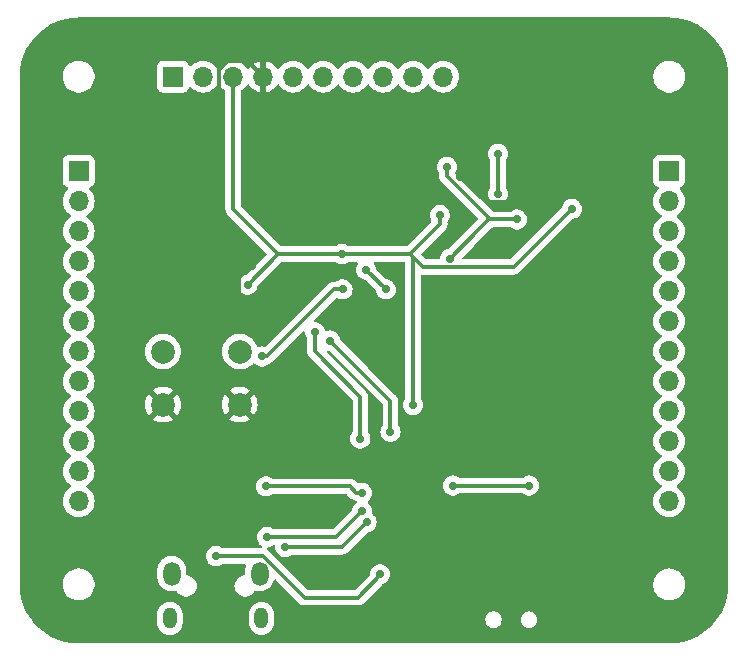
<source format=gbr>
%TF.GenerationSoftware,KiCad,Pcbnew,8.0.4-8.0.4-0~ubuntu24.04.1*%
%TF.CreationDate,2024-08-08T02:16:28-05:00*%
%TF.ProjectId,anvil,616e7669-6c2e-46b6-9963-61645f706362,rev?*%
%TF.SameCoordinates,Original*%
%TF.FileFunction,Copper,L2,Bot*%
%TF.FilePolarity,Positive*%
%FSLAX46Y46*%
G04 Gerber Fmt 4.6, Leading zero omitted, Abs format (unit mm)*
G04 Created by KiCad (PCBNEW 8.0.4-8.0.4-0~ubuntu24.04.1) date 2024-08-08 02:16:28*
%MOMM*%
%LPD*%
G01*
G04 APERTURE LIST*
%TA.AperFunction,ComponentPad*%
%ADD10R,1.700000X1.700000*%
%TD*%
%TA.AperFunction,ComponentPad*%
%ADD11O,1.700000X1.700000*%
%TD*%
%TA.AperFunction,ComponentPad*%
%ADD12O,1.150000X1.800000*%
%TD*%
%TA.AperFunction,ComponentPad*%
%ADD13O,1.450000X2.000000*%
%TD*%
%TA.AperFunction,ComponentPad*%
%ADD14C,2.000000*%
%TD*%
%TA.AperFunction,ViaPad*%
%ADD15C,0.700000*%
%TD*%
%TA.AperFunction,Conductor*%
%ADD16C,0.300000*%
%TD*%
G04 APERTURE END LIST*
D10*
%TO.P,J2,1,Pin_1*%
%TO.N,PF7*%
X152000000Y-85000000D03*
D11*
%TO.P,J2,2,Pin_2*%
%TO.N,PF6*%
X152000000Y-87540000D03*
%TO.P,J2,3,Pin_3*%
%TO.N,PA12*%
X152000000Y-90080000D03*
%TO.P,J2,4,Pin_4*%
%TO.N,PA11*%
X152000000Y-92620000D03*
%TO.P,J2,5,Pin_5*%
%TO.N,TIM1_CH3*%
X152000000Y-95160000D03*
%TO.P,J2,6,Pin_6*%
%TO.N,TIM1_CH2*%
X152000000Y-97700000D03*
%TO.P,J2,7,Pin_7*%
%TO.N,TIM1_CH1*%
X152000000Y-100240000D03*
%TO.P,J2,8,Pin_8*%
%TO.N,PB15*%
X152000000Y-102780000D03*
%TO.P,J2,9,Pin_9*%
%TO.N,PB14*%
X152000000Y-105320000D03*
%TO.P,J2,10,Pin_10*%
%TO.N,PB13*%
X152000000Y-107860000D03*
%TO.P,J2,11,Pin_11*%
%TO.N,PB12*%
X152000000Y-110400000D03*
%TO.P,J2,12,Pin_12*%
%TO.N,+3.3V*%
X152000000Y-112940000D03*
%TD*%
D10*
%TO.P,J4,1,Pin_1*%
%TO.N,PC15*%
X102000000Y-85000000D03*
D11*
%TO.P,J4,2,Pin_2*%
%TO.N,ADC_IN0*%
X102000000Y-87540000D03*
%TO.P,J4,3,Pin_3*%
%TO.N,ADC_IN1*%
X102000000Y-90080000D03*
%TO.P,J4,4,Pin_4*%
%TO.N,PA4*%
X102000000Y-92620000D03*
%TO.P,J4,5,Pin_5*%
%TO.N,SPI_SCK*%
X102000000Y-95160000D03*
%TO.P,J4,6,Pin_6*%
%TO.N,SPI_MISO*%
X102000000Y-97700000D03*
%TO.P,J4,7,Pin_7*%
%TO.N,SPI_MOSI*%
X102000000Y-100240000D03*
%TO.P,J4,8,Pin_8*%
%TO.N,PB0*%
X102000000Y-102780000D03*
%TO.P,J4,9,Pin_9*%
%TO.N,PB1*%
X102000000Y-105320000D03*
%TO.P,J4,10,Pin_10*%
%TO.N,PB2*%
X102000000Y-107860000D03*
%TO.P,J4,11,Pin_11*%
%TO.N,I2C_SCL*%
X102000000Y-110400000D03*
%TO.P,J4,12,Pin_12*%
%TO.N,I2C_SDA*%
X102000000Y-112940000D03*
%TD*%
D12*
%TO.P,J1,6,Shield*%
%TO.N,unconnected-(J1-Shield-Pad6)_1*%
X109725000Y-122875000D03*
D13*
%TO.N,unconnected-(J1-Shield-Pad6)*%
X109875000Y-119075000D03*
%TO.N,unconnected-(J1-Shield-Pad6)_2*%
X117325000Y-119075000D03*
D12*
%TO.N,unconnected-(J1-Shield-Pad6)_3*%
X117475000Y-122875000D03*
%TD*%
D14*
%TO.P,SW3,1,1*%
%TO.N,NRST*%
X109140000Y-100280000D03*
X115640000Y-100280000D03*
%TO.P,SW3,2,2*%
%TO.N,GND*%
X109140000Y-104780000D03*
X115640000Y-104780000D03*
%TD*%
D10*
%TO.P,J5,1,Pin_1*%
%TO.N,PC14*%
X110000000Y-77000000D03*
D11*
%TO.P,J5,2,Pin_2*%
%TO.N,PC13*%
X112540000Y-77000000D03*
%TO.P,J5,3,Pin_3*%
%TO.N,+3.3V*%
X115080000Y-77000000D03*
%TO.P,J5,4,Pin_4*%
%TO.N,GND*%
X117620000Y-77000000D03*
%TO.P,J5,5,Pin_5*%
%TO.N,PB9*%
X120160000Y-77000000D03*
%TO.P,J5,6,Pin_6*%
%TO.N,PB8*%
X122700000Y-77000000D03*
%TO.P,J5,7,Pin_7*%
%TO.N,PB7*%
X125240000Y-77000000D03*
%TO.P,J5,8,Pin_8*%
%TO.N,PB6*%
X127780000Y-77000000D03*
%TO.P,J5,9,Pin_9*%
%TO.N,PB5*%
X130320000Y-77000000D03*
%TO.P,J5,10,Pin_10*%
%TO.N,PB4*%
X132860000Y-77000000D03*
%TD*%
D15*
%TO.N,GND*%
X116700000Y-93025000D03*
X141925000Y-78150000D03*
X110600000Y-103250000D03*
X117525000Y-104050000D03*
X138900000Y-104525000D03*
X134325000Y-85500000D03*
X123125000Y-113400000D03*
X113200000Y-89300000D03*
X123075000Y-118525000D03*
X141750000Y-88725000D03*
X135800000Y-107850000D03*
X126175000Y-110450000D03*
X121050000Y-87875000D03*
X115625000Y-95825000D03*
%TO.N,+3.3V*%
X132575000Y-88725000D03*
X124325000Y-92025000D03*
X133675000Y-111625000D03*
X140150000Y-111625000D03*
X126375000Y-114725000D03*
X143750000Y-88200000D03*
X119500000Y-116825000D03*
X116300000Y-94625000D03*
X130325000Y-104825000D03*
%TO.N,NRST*%
X124350000Y-95025000D03*
X137500000Y-83525000D03*
X117500000Y-100700000D03*
X137500000Y-86950000D03*
%TO.N,Net-(D1-K)*%
X126000000Y-112225000D03*
X117850000Y-111700000D03*
%TO.N,Net-(D2-K)*%
X117950000Y-115990000D03*
X126000000Y-113800000D03*
%TO.N,/USBD+*%
X113625000Y-117600000D03*
X127525000Y-119150000D03*
%TO.N,SWDIO*%
X133425000Y-92425000D03*
X133175000Y-84625000D03*
X139125000Y-89100000D03*
%TO.N,/BOOT0*%
X126325000Y-93350000D03*
X128025000Y-95025000D03*
%TO.N,USART1_RX*%
X128400000Y-107075000D03*
X123300000Y-99350000D03*
%TO.N,USART1_TX*%
X125850000Y-107650000D03*
X122000000Y-98650000D03*
%TD*%
D16*
%TO.N,GND*%
X116600000Y-93025000D02*
X116700000Y-93025000D01*
X113200000Y-89300000D02*
X113880000Y-88620000D01*
X113880000Y-76470000D02*
X114625000Y-75725000D01*
X116345000Y-75725000D02*
X117620000Y-77000000D01*
X138900000Y-104525000D02*
X135800000Y-107625000D01*
X117620000Y-84445000D02*
X117620000Y-77000000D01*
X113880000Y-88620000D02*
X113880000Y-76470000D01*
X121050000Y-87875000D02*
X117620000Y-84445000D01*
X136475000Y-87650000D02*
X134325000Y-85500000D01*
X115625000Y-95825000D02*
X115600000Y-95800000D01*
X115600000Y-95800000D02*
X115600000Y-94025000D01*
X135800000Y-107625000D02*
X135800000Y-107850000D01*
X115600000Y-94025000D02*
X116600000Y-93025000D01*
X140675000Y-87650000D02*
X136475000Y-87650000D01*
X141750000Y-88725000D02*
X140675000Y-87650000D01*
X114625000Y-75725000D02*
X116345000Y-75725000D01*
%TO.N,+3.3V*%
X132580000Y-89470000D02*
X132575000Y-89465000D01*
X130025000Y-92025000D02*
X130312500Y-92312500D01*
X124325000Y-92025000D02*
X118900000Y-92025000D01*
X130312500Y-92312500D02*
X131125000Y-93125000D01*
X132575000Y-89465000D02*
X132575000Y-88725000D01*
X124325000Y-92025000D02*
X130025000Y-92025000D01*
X130025000Y-92025000D02*
X132580000Y-89470000D01*
X115080000Y-77000000D02*
X115080000Y-88205000D01*
X124275000Y-116825000D02*
X119500000Y-116825000D01*
X130312500Y-92312500D02*
X130312500Y-104812500D01*
X131125000Y-93125000D02*
X138825000Y-93125000D01*
X115080000Y-88205000D02*
X118900000Y-92025000D01*
X130312500Y-104812500D02*
X130325000Y-104825000D01*
X138825000Y-93125000D02*
X143750000Y-88200000D01*
X140150000Y-111625000D02*
X133675000Y-111625000D01*
X118900000Y-92025000D02*
X116300000Y-94625000D01*
X126375000Y-114725000D02*
X124275000Y-116825000D01*
%TO.N,NRST*%
X137500000Y-83525000D02*
X137500000Y-86950000D01*
X117930761Y-100700000D02*
X123605761Y-95025000D01*
X117500000Y-100700000D02*
X117930761Y-100700000D01*
X123605761Y-95025000D02*
X124350000Y-95025000D01*
%TO.N,Net-(D1-K)*%
X117850000Y-111700000D02*
X124975000Y-111700000D01*
X125500000Y-112225000D02*
X126000000Y-112225000D01*
X124975000Y-111700000D02*
X125500000Y-112225000D01*
%TO.N,Net-(D2-K)*%
X123810000Y-115990000D02*
X126000000Y-113800000D01*
X117950000Y-115990000D02*
X123810000Y-115990000D01*
%TO.N,/USBD+*%
X127525000Y-119225000D02*
X125625000Y-121125000D01*
X125625000Y-121125000D02*
X121170280Y-121125000D01*
X117645280Y-117600000D02*
X113625000Y-117600000D01*
X121170280Y-121125000D02*
X117645280Y-117600000D01*
X127525000Y-119150000D02*
X127525000Y-119225000D01*
%TO.N,SWDIO*%
X133425000Y-92425000D02*
X135850000Y-90000000D01*
X139125000Y-89100000D02*
X136750000Y-89100000D01*
X135850000Y-90000000D02*
X136675000Y-89175000D01*
X136750000Y-89100000D02*
X136675000Y-89175000D01*
X133175000Y-85425000D02*
X133175000Y-84625000D01*
X136675000Y-88925000D02*
X133175000Y-85425000D01*
X136675000Y-89175000D02*
X136675000Y-88925000D01*
%TO.N,/BOOT0*%
X126350000Y-93350000D02*
X128025000Y-95025000D01*
X126325000Y-93350000D02*
X126350000Y-93350000D01*
%TO.N,USART1_RX*%
X123300000Y-99350000D02*
X128400000Y-104450000D01*
X128400000Y-104450000D02*
X128400000Y-107075000D01*
%TO.N,USART1_TX*%
X125850000Y-107650000D02*
X125850000Y-104100000D01*
X125850000Y-104100000D02*
X122000000Y-100250000D01*
X122000000Y-100250000D02*
X122000000Y-98650000D01*
%TD*%
%TA.AperFunction,Conductor*%
%TO.N,GND*%
G36*
X152000641Y-72000006D02*
G01*
X152213481Y-72002328D01*
X152222915Y-72002792D01*
X152647552Y-72039943D01*
X152658270Y-72041354D01*
X153077393Y-72115256D01*
X153087921Y-72117590D01*
X153499033Y-72227747D01*
X153509322Y-72230992D01*
X153909255Y-72376555D01*
X153919221Y-72380683D01*
X154304942Y-72560547D01*
X154314528Y-72565538D01*
X154683088Y-72778326D01*
X154692207Y-72784135D01*
X155040820Y-73028237D01*
X155049402Y-73034822D01*
X155375420Y-73308383D01*
X155383395Y-73315692D01*
X155684307Y-73616604D01*
X155691616Y-73624579D01*
X155965177Y-73950597D01*
X155971762Y-73959179D01*
X156215864Y-74307792D01*
X156221676Y-74316916D01*
X156434459Y-74685467D01*
X156439454Y-74695062D01*
X156619310Y-75080764D01*
X156623450Y-75090759D01*
X156769003Y-75490664D01*
X156772256Y-75500980D01*
X156882405Y-75912061D01*
X156884746Y-75922623D01*
X156958644Y-76341725D01*
X156960056Y-76352450D01*
X156997206Y-76777073D01*
X156997671Y-76786527D01*
X156999993Y-76999357D01*
X157000000Y-77000710D01*
X157000000Y-119999289D01*
X156999993Y-120000642D01*
X156997671Y-120213472D01*
X156997206Y-120222926D01*
X156960056Y-120647549D01*
X156958644Y-120658274D01*
X156884746Y-121077376D01*
X156882405Y-121087938D01*
X156772256Y-121499019D01*
X156769003Y-121509335D01*
X156623450Y-121909240D01*
X156619310Y-121919235D01*
X156439454Y-122304937D01*
X156434459Y-122314532D01*
X156221676Y-122683083D01*
X156215864Y-122692207D01*
X155971762Y-123040820D01*
X155965177Y-123049402D01*
X155691616Y-123375420D01*
X155684307Y-123383395D01*
X155383395Y-123684307D01*
X155375420Y-123691616D01*
X155049402Y-123965177D01*
X155040820Y-123971762D01*
X154692207Y-124215864D01*
X154683083Y-124221676D01*
X154314532Y-124434459D01*
X154304937Y-124439454D01*
X153919235Y-124619310D01*
X153909240Y-124623450D01*
X153509335Y-124769003D01*
X153499019Y-124772256D01*
X153087938Y-124882405D01*
X153077376Y-124884746D01*
X152658274Y-124958644D01*
X152647549Y-124960056D01*
X152222926Y-124997206D01*
X152213472Y-124997671D01*
X152005455Y-124999940D01*
X152000640Y-124999993D01*
X151999290Y-125000000D01*
X102000710Y-125000000D01*
X101999359Y-124999993D01*
X101994454Y-124999939D01*
X101786527Y-124997671D01*
X101777073Y-124997206D01*
X101352450Y-124960056D01*
X101341725Y-124958644D01*
X100922623Y-124884746D01*
X100912061Y-124882405D01*
X100500980Y-124772256D01*
X100490664Y-124769003D01*
X100090759Y-124623450D01*
X100080764Y-124619310D01*
X99695062Y-124439454D01*
X99685467Y-124434459D01*
X99316916Y-124221676D01*
X99307792Y-124215864D01*
X98959179Y-123971762D01*
X98950597Y-123965177D01*
X98624579Y-123691616D01*
X98616604Y-123684307D01*
X98315692Y-123383395D01*
X98308383Y-123375420D01*
X98259198Y-123316804D01*
X98034821Y-123049401D01*
X98028237Y-123040820D01*
X97846083Y-122780677D01*
X97784132Y-122692203D01*
X97778323Y-122683083D01*
X97694821Y-122538454D01*
X97652615Y-122465350D01*
X108649500Y-122465350D01*
X108649500Y-123284649D01*
X108675981Y-123451847D01*
X108728296Y-123612853D01*
X108805152Y-123763688D01*
X108904648Y-123900634D01*
X108904652Y-123900639D01*
X109024360Y-124020347D01*
X109024365Y-124020351D01*
X109143817Y-124107137D01*
X109161315Y-124119850D01*
X109257425Y-124168820D01*
X109312146Y-124196703D01*
X109312148Y-124196703D01*
X109312151Y-124196705D01*
X109398450Y-124224745D01*
X109473152Y-124249018D01*
X109640351Y-124275500D01*
X109640356Y-124275500D01*
X109809649Y-124275500D01*
X109976847Y-124249018D01*
X110137849Y-124196705D01*
X110288685Y-124119850D01*
X110425641Y-124020346D01*
X110545346Y-123900641D01*
X110644850Y-123763685D01*
X110721705Y-123612849D01*
X110774018Y-123451847D01*
X110800500Y-123284649D01*
X110800500Y-122465350D01*
X116399500Y-122465350D01*
X116399500Y-123284649D01*
X116425981Y-123451847D01*
X116478296Y-123612853D01*
X116555152Y-123763688D01*
X116654648Y-123900634D01*
X116654652Y-123900639D01*
X116774360Y-124020347D01*
X116774365Y-124020351D01*
X116893817Y-124107137D01*
X116911315Y-124119850D01*
X117007425Y-124168820D01*
X117062146Y-124196703D01*
X117062148Y-124196703D01*
X117062151Y-124196705D01*
X117148450Y-124224745D01*
X117223152Y-124249018D01*
X117390351Y-124275500D01*
X117390356Y-124275500D01*
X117559649Y-124275500D01*
X117726847Y-124249018D01*
X117887849Y-124196705D01*
X118038685Y-124119850D01*
X118175641Y-124020346D01*
X118295346Y-123900641D01*
X118394850Y-123763685D01*
X118471705Y-123612849D01*
X118524018Y-123451847D01*
X118550500Y-123284649D01*
X118550500Y-123053995D01*
X136424499Y-123053995D01*
X136451418Y-123189322D01*
X136451421Y-123189332D01*
X136504221Y-123316804D01*
X136504228Y-123316817D01*
X136580885Y-123431541D01*
X136580888Y-123431545D01*
X136678454Y-123529111D01*
X136678458Y-123529114D01*
X136793182Y-123605771D01*
X136793195Y-123605778D01*
X136920667Y-123658578D01*
X136920672Y-123658580D01*
X136920676Y-123658580D01*
X136920677Y-123658581D01*
X137056004Y-123685500D01*
X137056007Y-123685500D01*
X137193995Y-123685500D01*
X137285041Y-123667389D01*
X137329328Y-123658580D01*
X137456811Y-123605775D01*
X137571542Y-123529114D01*
X137669114Y-123431542D01*
X137745775Y-123316811D01*
X137798580Y-123189328D01*
X137825500Y-123053995D01*
X139424499Y-123053995D01*
X139451418Y-123189322D01*
X139451421Y-123189332D01*
X139504221Y-123316804D01*
X139504228Y-123316817D01*
X139580885Y-123431541D01*
X139580888Y-123431545D01*
X139678454Y-123529111D01*
X139678458Y-123529114D01*
X139793182Y-123605771D01*
X139793195Y-123605778D01*
X139920667Y-123658578D01*
X139920672Y-123658580D01*
X139920676Y-123658580D01*
X139920677Y-123658581D01*
X140056004Y-123685500D01*
X140056007Y-123685500D01*
X140193995Y-123685500D01*
X140285041Y-123667389D01*
X140329328Y-123658580D01*
X140456811Y-123605775D01*
X140571542Y-123529114D01*
X140669114Y-123431542D01*
X140745775Y-123316811D01*
X140798580Y-123189328D01*
X140825500Y-123053993D01*
X140825500Y-122916007D01*
X140825500Y-122916004D01*
X140798581Y-122780677D01*
X140798580Y-122780676D01*
X140798580Y-122780672D01*
X140761935Y-122692203D01*
X140745778Y-122653195D01*
X140745771Y-122653182D01*
X140669114Y-122538458D01*
X140669111Y-122538454D01*
X140571545Y-122440888D01*
X140571541Y-122440885D01*
X140456817Y-122364228D01*
X140456804Y-122364221D01*
X140329332Y-122311421D01*
X140329322Y-122311418D01*
X140193995Y-122284500D01*
X140193993Y-122284500D01*
X140056007Y-122284500D01*
X140056005Y-122284500D01*
X139920677Y-122311418D01*
X139920667Y-122311421D01*
X139793195Y-122364221D01*
X139793182Y-122364228D01*
X139678458Y-122440885D01*
X139678454Y-122440888D01*
X139580888Y-122538454D01*
X139580885Y-122538458D01*
X139504228Y-122653182D01*
X139504221Y-122653195D01*
X139451421Y-122780667D01*
X139451418Y-122780677D01*
X139424500Y-122916004D01*
X139424500Y-122916007D01*
X139424500Y-123053993D01*
X139424500Y-123053995D01*
X139424499Y-123053995D01*
X137825500Y-123053995D01*
X137825500Y-123053993D01*
X137825500Y-122916007D01*
X137825500Y-122916004D01*
X137798581Y-122780677D01*
X137798580Y-122780676D01*
X137798580Y-122780672D01*
X137761935Y-122692203D01*
X137745778Y-122653195D01*
X137745771Y-122653182D01*
X137669114Y-122538458D01*
X137669111Y-122538454D01*
X137571545Y-122440888D01*
X137571541Y-122440885D01*
X137456817Y-122364228D01*
X137456804Y-122364221D01*
X137329332Y-122311421D01*
X137329322Y-122311418D01*
X137193995Y-122284500D01*
X137193993Y-122284500D01*
X137056007Y-122284500D01*
X137056005Y-122284500D01*
X136920677Y-122311418D01*
X136920667Y-122311421D01*
X136793195Y-122364221D01*
X136793182Y-122364228D01*
X136678458Y-122440885D01*
X136678454Y-122440888D01*
X136580888Y-122538454D01*
X136580885Y-122538458D01*
X136504228Y-122653182D01*
X136504221Y-122653195D01*
X136451421Y-122780667D01*
X136451418Y-122780677D01*
X136424500Y-122916004D01*
X136424500Y-122916007D01*
X136424500Y-123053993D01*
X136424500Y-123053995D01*
X136424499Y-123053995D01*
X118550500Y-123053995D01*
X118550500Y-122465350D01*
X118524018Y-122298152D01*
X118471703Y-122137146D01*
X118443820Y-122082425D01*
X118394850Y-121986315D01*
X118338852Y-121909240D01*
X118295351Y-121849365D01*
X118295347Y-121849360D01*
X118175639Y-121729652D01*
X118175634Y-121729648D01*
X118038688Y-121630152D01*
X118038687Y-121630151D01*
X118038685Y-121630150D01*
X117991582Y-121606150D01*
X117887853Y-121553296D01*
X117726847Y-121500981D01*
X117559649Y-121474500D01*
X117559644Y-121474500D01*
X117390356Y-121474500D01*
X117390351Y-121474500D01*
X117223152Y-121500981D01*
X117062146Y-121553296D01*
X116911311Y-121630152D01*
X116774365Y-121729648D01*
X116774360Y-121729652D01*
X116654652Y-121849360D01*
X116654648Y-121849365D01*
X116555152Y-121986311D01*
X116478296Y-122137146D01*
X116425981Y-122298152D01*
X116399500Y-122465350D01*
X110800500Y-122465350D01*
X110774018Y-122298152D01*
X110721703Y-122137146D01*
X110693820Y-122082425D01*
X110644850Y-121986315D01*
X110588852Y-121909240D01*
X110545351Y-121849365D01*
X110545347Y-121849360D01*
X110425639Y-121729652D01*
X110425634Y-121729648D01*
X110288688Y-121630152D01*
X110288687Y-121630151D01*
X110288685Y-121630150D01*
X110241582Y-121606150D01*
X110137853Y-121553296D01*
X109976847Y-121500981D01*
X109809649Y-121474500D01*
X109809644Y-121474500D01*
X109640356Y-121474500D01*
X109640351Y-121474500D01*
X109473152Y-121500981D01*
X109312146Y-121553296D01*
X109161311Y-121630152D01*
X109024365Y-121729648D01*
X109024360Y-121729652D01*
X108904652Y-121849360D01*
X108904648Y-121849365D01*
X108805152Y-121986311D01*
X108728296Y-122137146D01*
X108675981Y-122298152D01*
X108649500Y-122465350D01*
X97652615Y-122465350D01*
X97565538Y-122314528D01*
X97560545Y-122304937D01*
X97482303Y-122137146D01*
X97380683Y-121919221D01*
X97376555Y-121909255D01*
X97230992Y-121509322D01*
X97227747Y-121499033D01*
X97117590Y-121087921D01*
X97115256Y-121077393D01*
X97041354Y-120658270D01*
X97039943Y-120647549D01*
X97035235Y-120593735D01*
X97002792Y-120222915D01*
X97002328Y-120213471D01*
X97000007Y-120000641D01*
X97000000Y-119999289D01*
X97000000Y-119893713D01*
X100649500Y-119893713D01*
X100649500Y-120106286D01*
X100666476Y-120213472D01*
X100682754Y-120316243D01*
X100740278Y-120493284D01*
X100748444Y-120518414D01*
X100844951Y-120707820D01*
X100969890Y-120879786D01*
X101120213Y-121030109D01*
X101292179Y-121155048D01*
X101292181Y-121155049D01*
X101292184Y-121155051D01*
X101481588Y-121251557D01*
X101683757Y-121317246D01*
X101893713Y-121350500D01*
X101893714Y-121350500D01*
X102106286Y-121350500D01*
X102106287Y-121350500D01*
X102316243Y-121317246D01*
X102518412Y-121251557D01*
X102707816Y-121155051D01*
X102800190Y-121087938D01*
X102879786Y-121030109D01*
X102879788Y-121030106D01*
X102879792Y-121030104D01*
X103030104Y-120879792D01*
X103030106Y-120879788D01*
X103030109Y-120879786D01*
X103155048Y-120707820D01*
X103155047Y-120707820D01*
X103155051Y-120707816D01*
X103251557Y-120518412D01*
X103317246Y-120316243D01*
X103350500Y-120106287D01*
X103350500Y-119893713D01*
X103317246Y-119683757D01*
X103251557Y-119481588D01*
X103155051Y-119292184D01*
X103155049Y-119292181D01*
X103155048Y-119292179D01*
X103030109Y-119120213D01*
X102879786Y-118969890D01*
X102707820Y-118844951D01*
X102518414Y-118748444D01*
X102518413Y-118748443D01*
X102518412Y-118748443D01*
X102380249Y-118703551D01*
X108649500Y-118703551D01*
X108649500Y-119446449D01*
X108656495Y-119490614D01*
X108679675Y-119636969D01*
X108679676Y-119636972D01*
X108739285Y-119820429D01*
X108826859Y-119992302D01*
X108940241Y-120148359D01*
X109076641Y-120284759D01*
X109232698Y-120398141D01*
X109404571Y-120485715D01*
X109588028Y-120545324D01*
X109778551Y-120575500D01*
X109778552Y-120575500D01*
X109971448Y-120575500D01*
X109971449Y-120575500D01*
X110161972Y-120545324D01*
X110185109Y-120537805D01*
X110254947Y-120535807D01*
X110314781Y-120571885D01*
X110330816Y-120593735D01*
X110367465Y-120657214D01*
X110494129Y-120797888D01*
X110647265Y-120909148D01*
X110647270Y-120909151D01*
X110820192Y-120986142D01*
X110820197Y-120986144D01*
X111005354Y-121025500D01*
X111005355Y-121025500D01*
X111194644Y-121025500D01*
X111194646Y-121025500D01*
X111379803Y-120986144D01*
X111552730Y-120909151D01*
X111705871Y-120797888D01*
X111832533Y-120657216D01*
X111927179Y-120493284D01*
X111985674Y-120313256D01*
X112005460Y-120125000D01*
X111985674Y-119936744D01*
X111927179Y-119756716D01*
X111832533Y-119592784D01*
X111705871Y-119452112D01*
X111698077Y-119446449D01*
X111552734Y-119340851D01*
X111552729Y-119340848D01*
X111379807Y-119263857D01*
X111379802Y-119263855D01*
X111198719Y-119225365D01*
X111137237Y-119192173D01*
X111103461Y-119131009D01*
X111100500Y-119104075D01*
X111100500Y-118703551D01*
X111091596Y-118647335D01*
X111070324Y-118513028D01*
X111010715Y-118329571D01*
X110923141Y-118157698D01*
X110809759Y-118001641D01*
X110673359Y-117865241D01*
X110517302Y-117751859D01*
X110345429Y-117664285D01*
X110161972Y-117604676D01*
X110161970Y-117604675D01*
X110161969Y-117604675D01*
X110132452Y-117600000D01*
X112769815Y-117600000D01*
X112788503Y-117777805D01*
X112788504Y-117777807D01*
X112843747Y-117947829D01*
X112843750Y-117947835D01*
X112933141Y-118102665D01*
X112974812Y-118148946D01*
X113052764Y-118235521D01*
X113052767Y-118235523D01*
X113052770Y-118235526D01*
X113197407Y-118340612D01*
X113360733Y-118413329D01*
X113535609Y-118450500D01*
X113535610Y-118450500D01*
X113714389Y-118450500D01*
X113714391Y-118450500D01*
X113889267Y-118413329D01*
X114052593Y-118340612D01*
X114144025Y-118274182D01*
X114209831Y-118250702D01*
X114216911Y-118250500D01*
X116044306Y-118250500D01*
X116111345Y-118270185D01*
X116157100Y-118322989D01*
X116167044Y-118392147D01*
X116162239Y-118412808D01*
X116129676Y-118513028D01*
X116129676Y-118513030D01*
X116129675Y-118513033D01*
X116099500Y-118703551D01*
X116099500Y-119104075D01*
X116079815Y-119171114D01*
X116027011Y-119216869D01*
X116001281Y-119225365D01*
X115820197Y-119263855D01*
X115820192Y-119263857D01*
X115647270Y-119340848D01*
X115647265Y-119340851D01*
X115494129Y-119452111D01*
X115367466Y-119592785D01*
X115272821Y-119756715D01*
X115272818Y-119756722D01*
X115214327Y-119936740D01*
X115214326Y-119936744D01*
X115194540Y-120125000D01*
X115214326Y-120313256D01*
X115214327Y-120313259D01*
X115272818Y-120493277D01*
X115272821Y-120493284D01*
X115367467Y-120657216D01*
X115494129Y-120797888D01*
X115647265Y-120909148D01*
X115647270Y-120909151D01*
X115820192Y-120986142D01*
X115820197Y-120986144D01*
X116005354Y-121025500D01*
X116005355Y-121025500D01*
X116194644Y-121025500D01*
X116194646Y-121025500D01*
X116379803Y-120986144D01*
X116552730Y-120909151D01*
X116705871Y-120797888D01*
X116832533Y-120657216D01*
X116869183Y-120593734D01*
X116919749Y-120545520D01*
X116988355Y-120532296D01*
X117014879Y-120537802D01*
X117038028Y-120545324D01*
X117038031Y-120545324D01*
X117038033Y-120545325D01*
X117146209Y-120562458D01*
X117228551Y-120575500D01*
X117228552Y-120575500D01*
X117421448Y-120575500D01*
X117421449Y-120575500D01*
X117611972Y-120545324D01*
X117795429Y-120485715D01*
X117967302Y-120398141D01*
X118123359Y-120284759D01*
X118259759Y-120148359D01*
X118373141Y-119992302D01*
X118460715Y-119820429D01*
X118517138Y-119646775D01*
X118556574Y-119589103D01*
X118620933Y-119561904D01*
X118689779Y-119573819D01*
X118722749Y-119597415D01*
X120755605Y-121630272D01*
X120755606Y-121630273D01*
X120755609Y-121630275D01*
X120755611Y-121630277D01*
X120862153Y-121701465D01*
X120980536Y-121750501D01*
X120980540Y-121750501D01*
X120980541Y-121750502D01*
X121106208Y-121775500D01*
X121106211Y-121775500D01*
X125689071Y-121775500D01*
X125773615Y-121758682D01*
X125814744Y-121750501D01*
X125933127Y-121701465D01*
X126039669Y-121630277D01*
X127658335Y-120011609D01*
X127719656Y-119978126D01*
X127720018Y-119978047D01*
X127789267Y-119963329D01*
X127945628Y-119893713D01*
X150649500Y-119893713D01*
X150649500Y-120106286D01*
X150666476Y-120213472D01*
X150682754Y-120316243D01*
X150740278Y-120493284D01*
X150748444Y-120518414D01*
X150844951Y-120707820D01*
X150969890Y-120879786D01*
X151120213Y-121030109D01*
X151292179Y-121155048D01*
X151292181Y-121155049D01*
X151292184Y-121155051D01*
X151481588Y-121251557D01*
X151683757Y-121317246D01*
X151893713Y-121350500D01*
X151893714Y-121350500D01*
X152106286Y-121350500D01*
X152106287Y-121350500D01*
X152316243Y-121317246D01*
X152518412Y-121251557D01*
X152707816Y-121155051D01*
X152800190Y-121087938D01*
X152879786Y-121030109D01*
X152879788Y-121030106D01*
X152879792Y-121030104D01*
X153030104Y-120879792D01*
X153030106Y-120879788D01*
X153030109Y-120879786D01*
X153155048Y-120707820D01*
X153155047Y-120707820D01*
X153155051Y-120707816D01*
X153251557Y-120518412D01*
X153317246Y-120316243D01*
X153350500Y-120106287D01*
X153350500Y-119893713D01*
X153317246Y-119683757D01*
X153251557Y-119481588D01*
X153155051Y-119292184D01*
X153155049Y-119292181D01*
X153155048Y-119292179D01*
X153030109Y-119120213D01*
X152879786Y-118969890D01*
X152707820Y-118844951D01*
X152518414Y-118748444D01*
X152518413Y-118748443D01*
X152518412Y-118748443D01*
X152316243Y-118682754D01*
X152316241Y-118682753D01*
X152316240Y-118682753D01*
X152154957Y-118657208D01*
X152106287Y-118649500D01*
X151893713Y-118649500D01*
X151845042Y-118657208D01*
X151683760Y-118682753D01*
X151481585Y-118748444D01*
X151292179Y-118844951D01*
X151120213Y-118969890D01*
X150969890Y-119120213D01*
X150844951Y-119292179D01*
X150748444Y-119481585D01*
X150682753Y-119683760D01*
X150649500Y-119893713D01*
X127945628Y-119893713D01*
X127952593Y-119890612D01*
X128097230Y-119785526D01*
X128216859Y-119652665D01*
X128306250Y-119497835D01*
X128361497Y-119327803D01*
X128380185Y-119150000D01*
X128361497Y-118972197D01*
X128320152Y-118844951D01*
X128306252Y-118802170D01*
X128306249Y-118802164D01*
X128275234Y-118748444D01*
X128216859Y-118647335D01*
X128170003Y-118595296D01*
X128097235Y-118514478D01*
X128097232Y-118514476D01*
X128097231Y-118514475D01*
X128097230Y-118514474D01*
X127952593Y-118409388D01*
X127789267Y-118336671D01*
X127789265Y-118336670D01*
X127661594Y-118309533D01*
X127614391Y-118299500D01*
X127435609Y-118299500D01*
X127404954Y-118306015D01*
X127260733Y-118336670D01*
X127260728Y-118336672D01*
X127097408Y-118409387D01*
X126952768Y-118514475D01*
X126833140Y-118647336D01*
X126743750Y-118802164D01*
X126743747Y-118802170D01*
X126688504Y-118972192D01*
X126688504Y-118972193D01*
X126688503Y-118972197D01*
X126678145Y-119070738D01*
X126673202Y-119117772D01*
X126646617Y-119182386D01*
X126637562Y-119192490D01*
X125391873Y-120438181D01*
X125330550Y-120471666D01*
X125304192Y-120474500D01*
X121491088Y-120474500D01*
X121424049Y-120454815D01*
X121403407Y-120438181D01*
X118059954Y-117094727D01*
X118059953Y-117094726D01*
X118059949Y-117094723D01*
X118010710Y-117061823D01*
X117965906Y-117008213D01*
X117957199Y-116938888D01*
X117987353Y-116875860D01*
X118046796Y-116839140D01*
X118053802Y-116837436D01*
X118182199Y-116810145D01*
X118214263Y-116803330D01*
X118214263Y-116803329D01*
X118214267Y-116803329D01*
X118377593Y-116730612D01*
X118452331Y-116676310D01*
X118518134Y-116652831D01*
X118586188Y-116668656D01*
X118634884Y-116718760D01*
X118648760Y-116787238D01*
X118648536Y-116789588D01*
X118644815Y-116824997D01*
X118644815Y-116825000D01*
X118655832Y-116929815D01*
X118663503Y-117002805D01*
X118663504Y-117002807D01*
X118718747Y-117172829D01*
X118718750Y-117172835D01*
X118808141Y-117327665D01*
X118849812Y-117373946D01*
X118927764Y-117460521D01*
X118927767Y-117460523D01*
X118927770Y-117460526D01*
X119072407Y-117565612D01*
X119235733Y-117638329D01*
X119410609Y-117675500D01*
X119410610Y-117675500D01*
X119589389Y-117675500D01*
X119589391Y-117675500D01*
X119764267Y-117638329D01*
X119927593Y-117565612D01*
X120019025Y-117499182D01*
X120084831Y-117475702D01*
X120091911Y-117475500D01*
X124339071Y-117475500D01*
X124423615Y-117458682D01*
X124464744Y-117450501D01*
X124583127Y-117401465D01*
X124689669Y-117330277D01*
X126413092Y-115606853D01*
X126474413Y-115573370D01*
X126474477Y-115573356D01*
X126639267Y-115538329D01*
X126802593Y-115465612D01*
X126947230Y-115360526D01*
X126952679Y-115354475D01*
X126987485Y-115315818D01*
X127066859Y-115227665D01*
X127156250Y-115072835D01*
X127211497Y-114902803D01*
X127230185Y-114725000D01*
X127211497Y-114547197D01*
X127156250Y-114377165D01*
X127066859Y-114222335D01*
X127020003Y-114170296D01*
X126947235Y-114089478D01*
X126947226Y-114089471D01*
X126891366Y-114048885D01*
X126848700Y-113993555D01*
X126840931Y-113935610D01*
X126855185Y-113800000D01*
X126836497Y-113622197D01*
X126781250Y-113452165D01*
X126691859Y-113297335D01*
X126645003Y-113245296D01*
X126572235Y-113164478D01*
X126572228Y-113164472D01*
X126501132Y-113112818D01*
X126458466Y-113057488D01*
X126452487Y-112987875D01*
X126485093Y-112926080D01*
X126501132Y-112912182D01*
X126551620Y-112875500D01*
X126572230Y-112860526D01*
X126581258Y-112850500D01*
X126598148Y-112831741D01*
X126691859Y-112727665D01*
X126781250Y-112572835D01*
X126836497Y-112402803D01*
X126855185Y-112225000D01*
X126836497Y-112047197D01*
X126789159Y-111901505D01*
X126781252Y-111877170D01*
X126781249Y-111877164D01*
X126738317Y-111802803D01*
X126691859Y-111722335D01*
X126624477Y-111647500D01*
X126604218Y-111625000D01*
X132819815Y-111625000D01*
X132838503Y-111802805D01*
X132838504Y-111802807D01*
X132893747Y-111972829D01*
X132893750Y-111972835D01*
X132983141Y-112127665D01*
X133024812Y-112173946D01*
X133102764Y-112260521D01*
X133102767Y-112260523D01*
X133102770Y-112260526D01*
X133247407Y-112365612D01*
X133410733Y-112438329D01*
X133585609Y-112475500D01*
X133585610Y-112475500D01*
X133764389Y-112475500D01*
X133764391Y-112475500D01*
X133939267Y-112438329D01*
X134102593Y-112365612D01*
X134194025Y-112299182D01*
X134259831Y-112275702D01*
X134266911Y-112275500D01*
X139558089Y-112275500D01*
X139625128Y-112295185D01*
X139630976Y-112299182D01*
X139722407Y-112365612D01*
X139885733Y-112438329D01*
X140060609Y-112475500D01*
X140060610Y-112475500D01*
X140239389Y-112475500D01*
X140239391Y-112475500D01*
X140414267Y-112438329D01*
X140577593Y-112365612D01*
X140722230Y-112260526D01*
X140841859Y-112127665D01*
X140931250Y-111972835D01*
X140986497Y-111802803D01*
X141005185Y-111625000D01*
X140986497Y-111447197D01*
X140931250Y-111277165D01*
X140841859Y-111122335D01*
X140795003Y-111070296D01*
X140722235Y-110989478D01*
X140722232Y-110989476D01*
X140722231Y-110989475D01*
X140722230Y-110989474D01*
X140577593Y-110884388D01*
X140414267Y-110811671D01*
X140414265Y-110811670D01*
X140286594Y-110784533D01*
X140239391Y-110774500D01*
X140060609Y-110774500D01*
X140029954Y-110781015D01*
X139885733Y-110811670D01*
X139885728Y-110811672D01*
X139722408Y-110884388D01*
X139722403Y-110884390D01*
X139630974Y-110950818D01*
X139565168Y-110974298D01*
X139558089Y-110974500D01*
X134266911Y-110974500D01*
X134199872Y-110954815D01*
X134194025Y-110950818D01*
X134178803Y-110939758D01*
X134102593Y-110884388D01*
X133939267Y-110811671D01*
X133939265Y-110811670D01*
X133811594Y-110784533D01*
X133764391Y-110774500D01*
X133585609Y-110774500D01*
X133554954Y-110781015D01*
X133410733Y-110811670D01*
X133410728Y-110811672D01*
X133247408Y-110884387D01*
X133102768Y-110989475D01*
X132983140Y-111122336D01*
X132893750Y-111277164D01*
X132893747Y-111277170D01*
X132838504Y-111447192D01*
X132838503Y-111447194D01*
X132819815Y-111625000D01*
X126604218Y-111625000D01*
X126572235Y-111589478D01*
X126572232Y-111589476D01*
X126572231Y-111589475D01*
X126572230Y-111589474D01*
X126427593Y-111484388D01*
X126264267Y-111411671D01*
X126264265Y-111411670D01*
X126136594Y-111384533D01*
X126089391Y-111374500D01*
X125910609Y-111374500D01*
X125873439Y-111382400D01*
X125735734Y-111411670D01*
X125735733Y-111411671D01*
X125724241Y-111416787D01*
X125654990Y-111426067D01*
X125591715Y-111396435D01*
X125586131Y-111391185D01*
X125389674Y-111194727D01*
X125389673Y-111194726D01*
X125389669Y-111194723D01*
X125283127Y-111123535D01*
X125280232Y-111122336D01*
X125164744Y-111074499D01*
X125164738Y-111074497D01*
X125039071Y-111049500D01*
X125039069Y-111049500D01*
X118441911Y-111049500D01*
X118374872Y-111029815D01*
X118369025Y-111025818D01*
X118319002Y-110989474D01*
X118277593Y-110959388D01*
X118114267Y-110886671D01*
X118114265Y-110886670D01*
X117986594Y-110859533D01*
X117939391Y-110849500D01*
X117760609Y-110849500D01*
X117729954Y-110856015D01*
X117585733Y-110886670D01*
X117585728Y-110886672D01*
X117422408Y-110959387D01*
X117277768Y-111064475D01*
X117158140Y-111197336D01*
X117068750Y-111352164D01*
X117068747Y-111352170D01*
X117013504Y-111522192D01*
X117013503Y-111522194D01*
X116994815Y-111700000D01*
X117013503Y-111877805D01*
X117013504Y-111877807D01*
X117068747Y-112047829D01*
X117068750Y-112047835D01*
X117158141Y-112202665D01*
X117178252Y-112225000D01*
X117277764Y-112335521D01*
X117277767Y-112335523D01*
X117277770Y-112335526D01*
X117422407Y-112440612D01*
X117585733Y-112513329D01*
X117760609Y-112550500D01*
X117760610Y-112550500D01*
X117939389Y-112550500D01*
X117939391Y-112550500D01*
X118114267Y-112513329D01*
X118277593Y-112440612D01*
X118369025Y-112374182D01*
X118434831Y-112350702D01*
X118441911Y-112350500D01*
X124654192Y-112350500D01*
X124721231Y-112370185D01*
X124741873Y-112386819D01*
X125085325Y-112730272D01*
X125085326Y-112730273D01*
X125085329Y-112730275D01*
X125085331Y-112730277D01*
X125191873Y-112801465D01*
X125310256Y-112850501D01*
X125310260Y-112850501D01*
X125310261Y-112850502D01*
X125426389Y-112873602D01*
X125475083Y-112894901D01*
X125498868Y-112912182D01*
X125541533Y-112967512D01*
X125547512Y-113037126D01*
X125514906Y-113098921D01*
X125498868Y-113112818D01*
X125427768Y-113164475D01*
X125308140Y-113297336D01*
X125218750Y-113452164D01*
X125218747Y-113452170D01*
X125163504Y-113622192D01*
X125163503Y-113622194D01*
X125157011Y-113683963D01*
X125130425Y-113748577D01*
X125121371Y-113758681D01*
X123576873Y-115303181D01*
X123515550Y-115336666D01*
X123489192Y-115339500D01*
X118541911Y-115339500D01*
X118474872Y-115319815D01*
X118469025Y-115315818D01*
X118377594Y-115249389D01*
X118377593Y-115249388D01*
X118214267Y-115176671D01*
X118214265Y-115176670D01*
X118086594Y-115149533D01*
X118039391Y-115139500D01*
X117860609Y-115139500D01*
X117829954Y-115146015D01*
X117685733Y-115176670D01*
X117685728Y-115176672D01*
X117522408Y-115249387D01*
X117377768Y-115354475D01*
X117258140Y-115487336D01*
X117168750Y-115642164D01*
X117168747Y-115642170D01*
X117113504Y-115812192D01*
X117113503Y-115812194D01*
X117094815Y-115990000D01*
X117113503Y-116167805D01*
X117113504Y-116167807D01*
X117168747Y-116337829D01*
X117168750Y-116337835D01*
X117258141Y-116492665D01*
X117299812Y-116538946D01*
X117377764Y-116625521D01*
X117377767Y-116625523D01*
X117377770Y-116625526D01*
X117514934Y-116725183D01*
X117557599Y-116780512D01*
X117563578Y-116850126D01*
X117530972Y-116911921D01*
X117470133Y-116946278D01*
X117442048Y-116949500D01*
X114216911Y-116949500D01*
X114149872Y-116929815D01*
X114144025Y-116925818D01*
X114052594Y-116859389D01*
X114052593Y-116859388D01*
X113889267Y-116786671D01*
X113889265Y-116786670D01*
X113761594Y-116759533D01*
X113714391Y-116749500D01*
X113535609Y-116749500D01*
X113504954Y-116756015D01*
X113360733Y-116786670D01*
X113360728Y-116786672D01*
X113197408Y-116859387D01*
X113052768Y-116964475D01*
X112933140Y-117097336D01*
X112843750Y-117252164D01*
X112843747Y-117252170D01*
X112788504Y-117422192D01*
X112788503Y-117422194D01*
X112769815Y-117600000D01*
X110132452Y-117600000D01*
X110015614Y-117581495D01*
X109971449Y-117574500D01*
X109778551Y-117574500D01*
X109742697Y-117580178D01*
X109588030Y-117604675D01*
X109404568Y-117664286D01*
X109232697Y-117751859D01*
X109143661Y-117816547D01*
X109076641Y-117865241D01*
X109076639Y-117865243D01*
X109076638Y-117865243D01*
X108940243Y-118001638D01*
X108940243Y-118001639D01*
X108940241Y-118001641D01*
X108891547Y-118068661D01*
X108826859Y-118157697D01*
X108739286Y-118329568D01*
X108679675Y-118513030D01*
X108658061Y-118649500D01*
X108649500Y-118703551D01*
X102380249Y-118703551D01*
X102316243Y-118682754D01*
X102316241Y-118682753D01*
X102316240Y-118682753D01*
X102154957Y-118657208D01*
X102106287Y-118649500D01*
X101893713Y-118649500D01*
X101845042Y-118657208D01*
X101683760Y-118682753D01*
X101481585Y-118748444D01*
X101292179Y-118844951D01*
X101120213Y-118969890D01*
X100969890Y-119120213D01*
X100844951Y-119292179D01*
X100748444Y-119481585D01*
X100682753Y-119683760D01*
X100649500Y-119893713D01*
X97000000Y-119893713D01*
X97000000Y-87539999D01*
X100644341Y-87539999D01*
X100644341Y-87540000D01*
X100664936Y-87775403D01*
X100664938Y-87775413D01*
X100726094Y-88003655D01*
X100726096Y-88003659D01*
X100726097Y-88003663D01*
X100783905Y-88127632D01*
X100825965Y-88217830D01*
X100825967Y-88217834D01*
X100961501Y-88411395D01*
X100961506Y-88411402D01*
X101128597Y-88578493D01*
X101128603Y-88578498D01*
X101314158Y-88708425D01*
X101357783Y-88763002D01*
X101364977Y-88832500D01*
X101333454Y-88894855D01*
X101314158Y-88911575D01*
X101128597Y-89041505D01*
X100961505Y-89208597D01*
X100825965Y-89402169D01*
X100825964Y-89402171D01*
X100726098Y-89616335D01*
X100726094Y-89616344D01*
X100664938Y-89844586D01*
X100664936Y-89844596D01*
X100644341Y-90079999D01*
X100644341Y-90080000D01*
X100664936Y-90315403D01*
X100664938Y-90315413D01*
X100726094Y-90543655D01*
X100726096Y-90543659D01*
X100726097Y-90543663D01*
X100825965Y-90757830D01*
X100825967Y-90757834D01*
X100961501Y-90951395D01*
X100961506Y-90951402D01*
X101128597Y-91118493D01*
X101128603Y-91118498D01*
X101314158Y-91248425D01*
X101357783Y-91303002D01*
X101364977Y-91372500D01*
X101333454Y-91434855D01*
X101314158Y-91451575D01*
X101128597Y-91581505D01*
X100961505Y-91748597D01*
X100825965Y-91942169D01*
X100825964Y-91942171D01*
X100726098Y-92156335D01*
X100726094Y-92156344D01*
X100664938Y-92384586D01*
X100664936Y-92384596D01*
X100644341Y-92619999D01*
X100644341Y-92620000D01*
X100664936Y-92855403D01*
X100664938Y-92855413D01*
X100726094Y-93083655D01*
X100726096Y-93083659D01*
X100726097Y-93083663D01*
X100767382Y-93172198D01*
X100825965Y-93297830D01*
X100825967Y-93297834D01*
X100961501Y-93491395D01*
X100961506Y-93491402D01*
X101128597Y-93658493D01*
X101128603Y-93658498D01*
X101314158Y-93788425D01*
X101357783Y-93843002D01*
X101364977Y-93912500D01*
X101333454Y-93974855D01*
X101314158Y-93991575D01*
X101128597Y-94121505D01*
X100961505Y-94288597D01*
X100825965Y-94482169D01*
X100825964Y-94482171D01*
X100726098Y-94696335D01*
X100726094Y-94696344D01*
X100664938Y-94924586D01*
X100664936Y-94924596D01*
X100644341Y-95159999D01*
X100644341Y-95160000D01*
X100664936Y-95395403D01*
X100664938Y-95395413D01*
X100726094Y-95623655D01*
X100726096Y-95623659D01*
X100726097Y-95623663D01*
X100791035Y-95762923D01*
X100825965Y-95837830D01*
X100825967Y-95837834D01*
X100961501Y-96031395D01*
X100961506Y-96031402D01*
X101128597Y-96198493D01*
X101128603Y-96198498D01*
X101314158Y-96328425D01*
X101357783Y-96383002D01*
X101364977Y-96452500D01*
X101333454Y-96514855D01*
X101314158Y-96531575D01*
X101128597Y-96661505D01*
X100961505Y-96828597D01*
X100825965Y-97022169D01*
X100825964Y-97022171D01*
X100726098Y-97236335D01*
X100726094Y-97236344D01*
X100664938Y-97464586D01*
X100664936Y-97464596D01*
X100644341Y-97699999D01*
X100644341Y-97700000D01*
X100664936Y-97935403D01*
X100664938Y-97935413D01*
X100726094Y-98163655D01*
X100726096Y-98163659D01*
X100726097Y-98163663D01*
X100790681Y-98302164D01*
X100825965Y-98377830D01*
X100825967Y-98377834D01*
X100961501Y-98571395D01*
X100961506Y-98571402D01*
X101128597Y-98738493D01*
X101128603Y-98738498D01*
X101314158Y-98868425D01*
X101357783Y-98923002D01*
X101364977Y-98992500D01*
X101333454Y-99054855D01*
X101314158Y-99071575D01*
X101128597Y-99201505D01*
X100961505Y-99368597D01*
X100825965Y-99562169D01*
X100825964Y-99562171D01*
X100726098Y-99776335D01*
X100726094Y-99776344D01*
X100664938Y-100004586D01*
X100664936Y-100004596D01*
X100644341Y-100239999D01*
X100644341Y-100240000D01*
X100664936Y-100475403D01*
X100664938Y-100475413D01*
X100726094Y-100703655D01*
X100726096Y-100703659D01*
X100726097Y-100703663D01*
X100756509Y-100768881D01*
X100825965Y-100917830D01*
X100825967Y-100917834D01*
X100961501Y-101111395D01*
X100961506Y-101111402D01*
X101128597Y-101278493D01*
X101128603Y-101278498D01*
X101314158Y-101408425D01*
X101357783Y-101463002D01*
X101364977Y-101532500D01*
X101333454Y-101594855D01*
X101314158Y-101611575D01*
X101128597Y-101741505D01*
X100961505Y-101908597D01*
X100825965Y-102102169D01*
X100825964Y-102102171D01*
X100726098Y-102316335D01*
X100726094Y-102316344D01*
X100664938Y-102544586D01*
X100664936Y-102544596D01*
X100644341Y-102779999D01*
X100644341Y-102780000D01*
X100664936Y-103015403D01*
X100664938Y-103015413D01*
X100726094Y-103243655D01*
X100726096Y-103243659D01*
X100726097Y-103243663D01*
X100799761Y-103401635D01*
X100825965Y-103457830D01*
X100825967Y-103457834D01*
X100961501Y-103651395D01*
X100961506Y-103651402D01*
X101128597Y-103818493D01*
X101128603Y-103818498D01*
X101314158Y-103948425D01*
X101357783Y-104003002D01*
X101364977Y-104072500D01*
X101333454Y-104134855D01*
X101314158Y-104151575D01*
X101128597Y-104281505D01*
X100961505Y-104448597D01*
X100825965Y-104642169D01*
X100825964Y-104642171D01*
X100726098Y-104856335D01*
X100726094Y-104856344D01*
X100664938Y-105084586D01*
X100664936Y-105084596D01*
X100644341Y-105319999D01*
X100644341Y-105320000D01*
X100664936Y-105555403D01*
X100664938Y-105555413D01*
X100726094Y-105783655D01*
X100726096Y-105783659D01*
X100726097Y-105783663D01*
X100825965Y-105997830D01*
X100825967Y-105997834D01*
X100961501Y-106191395D01*
X100961506Y-106191402D01*
X101128597Y-106358493D01*
X101128603Y-106358498D01*
X101314158Y-106488425D01*
X101357783Y-106543002D01*
X101364977Y-106612500D01*
X101333454Y-106674855D01*
X101314158Y-106691575D01*
X101128597Y-106821505D01*
X100961505Y-106988597D01*
X100825965Y-107182169D01*
X100825964Y-107182171D01*
X100726098Y-107396335D01*
X100726094Y-107396344D01*
X100664938Y-107624586D01*
X100664936Y-107624596D01*
X100644341Y-107859999D01*
X100644341Y-107860000D01*
X100664936Y-108095403D01*
X100664938Y-108095413D01*
X100726094Y-108323655D01*
X100726096Y-108323659D01*
X100726097Y-108323663D01*
X100757315Y-108390610D01*
X100825965Y-108537830D01*
X100825967Y-108537834D01*
X100961501Y-108731395D01*
X100961506Y-108731402D01*
X101128597Y-108898493D01*
X101128603Y-108898498D01*
X101314158Y-109028425D01*
X101357783Y-109083002D01*
X101364977Y-109152500D01*
X101333454Y-109214855D01*
X101314158Y-109231575D01*
X101128597Y-109361505D01*
X100961505Y-109528597D01*
X100825965Y-109722169D01*
X100825964Y-109722171D01*
X100726098Y-109936335D01*
X100726094Y-109936344D01*
X100664938Y-110164586D01*
X100664936Y-110164596D01*
X100644341Y-110399999D01*
X100644341Y-110400000D01*
X100664936Y-110635403D01*
X100664938Y-110635413D01*
X100726094Y-110863655D01*
X100726096Y-110863659D01*
X100726097Y-110863663D01*
X100819737Y-111064474D01*
X100825965Y-111077830D01*
X100825967Y-111077834D01*
X100961501Y-111271395D01*
X100961506Y-111271402D01*
X101128597Y-111438493D01*
X101128603Y-111438498D01*
X101314158Y-111568425D01*
X101357783Y-111623002D01*
X101364977Y-111692500D01*
X101333454Y-111754855D01*
X101314158Y-111771575D01*
X101128597Y-111901505D01*
X100961505Y-112068597D01*
X100825965Y-112262169D01*
X100825964Y-112262171D01*
X100726098Y-112476335D01*
X100726094Y-112476344D01*
X100664938Y-112704586D01*
X100664936Y-112704596D01*
X100644341Y-112939999D01*
X100644341Y-112940000D01*
X100664936Y-113175403D01*
X100664938Y-113175413D01*
X100726094Y-113403655D01*
X100726096Y-113403659D01*
X100726097Y-113403663D01*
X100825965Y-113617830D01*
X100825967Y-113617834D01*
X100902849Y-113727632D01*
X100961505Y-113811401D01*
X101128599Y-113978495D01*
X101150107Y-113993555D01*
X101322165Y-114114032D01*
X101322167Y-114114033D01*
X101322170Y-114114035D01*
X101536337Y-114213903D01*
X101764592Y-114275063D01*
X101952918Y-114291539D01*
X101999999Y-114295659D01*
X102000000Y-114295659D01*
X102000001Y-114295659D01*
X102039234Y-114292226D01*
X102235408Y-114275063D01*
X102463663Y-114213903D01*
X102677830Y-114114035D01*
X102871401Y-113978495D01*
X103038495Y-113811401D01*
X103174035Y-113617830D01*
X103273903Y-113403663D01*
X103335063Y-113175408D01*
X103355659Y-112940000D01*
X103335063Y-112704592D01*
X103273903Y-112476337D01*
X103174035Y-112262171D01*
X103172884Y-112260526D01*
X103038494Y-112068597D01*
X102871402Y-111901506D01*
X102871396Y-111901501D01*
X102685842Y-111771575D01*
X102642217Y-111716998D01*
X102635023Y-111647500D01*
X102666546Y-111585145D01*
X102685842Y-111568425D01*
X102751862Y-111522197D01*
X102871401Y-111438495D01*
X103038495Y-111271401D01*
X103174035Y-111077830D01*
X103273903Y-110863663D01*
X103335063Y-110635408D01*
X103355659Y-110400000D01*
X103335063Y-110164592D01*
X103273903Y-109936337D01*
X103174035Y-109722171D01*
X103038495Y-109528599D01*
X103038494Y-109528597D01*
X102871402Y-109361506D01*
X102871396Y-109361501D01*
X102685842Y-109231575D01*
X102642217Y-109176998D01*
X102635023Y-109107500D01*
X102666546Y-109045145D01*
X102685842Y-109028425D01*
X102708026Y-109012891D01*
X102871401Y-108898495D01*
X103038495Y-108731401D01*
X103174035Y-108537830D01*
X103273903Y-108323663D01*
X103335063Y-108095408D01*
X103355659Y-107860000D01*
X103335063Y-107624592D01*
X103273903Y-107396337D01*
X103174035Y-107182171D01*
X103149644Y-107147336D01*
X103038494Y-106988597D01*
X102871402Y-106821506D01*
X102871396Y-106821501D01*
X102685842Y-106691575D01*
X102642217Y-106636998D01*
X102635023Y-106567500D01*
X102666546Y-106505145D01*
X102685842Y-106488425D01*
X102708026Y-106472891D01*
X102871401Y-106358495D01*
X103038495Y-106191401D01*
X103174035Y-105997830D01*
X103273903Y-105783663D01*
X103335063Y-105555408D01*
X103355659Y-105320000D01*
X103335063Y-105084592D01*
X103273903Y-104856337D01*
X103238303Y-104779994D01*
X107634859Y-104779994D01*
X107634859Y-104780005D01*
X107655385Y-105027729D01*
X107655387Y-105027738D01*
X107716412Y-105268717D01*
X107816266Y-105496364D01*
X107916564Y-105649882D01*
X108616212Y-104950234D01*
X108627482Y-104992292D01*
X108699890Y-105117708D01*
X108802292Y-105220110D01*
X108927708Y-105292518D01*
X108969765Y-105303787D01*
X108269942Y-106003609D01*
X108316768Y-106040055D01*
X108316770Y-106040056D01*
X108535385Y-106158364D01*
X108535396Y-106158369D01*
X108770506Y-106239083D01*
X109015707Y-106280000D01*
X109264293Y-106280000D01*
X109509493Y-106239083D01*
X109744603Y-106158369D01*
X109744614Y-106158364D01*
X109963228Y-106040057D01*
X109963231Y-106040055D01*
X110010056Y-106003609D01*
X109310234Y-105303787D01*
X109352292Y-105292518D01*
X109477708Y-105220110D01*
X109580110Y-105117708D01*
X109652518Y-104992292D01*
X109663787Y-104950234D01*
X110363434Y-105649882D01*
X110463731Y-105496369D01*
X110563587Y-105268717D01*
X110624612Y-105027738D01*
X110624614Y-105027729D01*
X110645141Y-104780005D01*
X110645141Y-104779994D01*
X114134859Y-104779994D01*
X114134859Y-104780005D01*
X114155385Y-105027729D01*
X114155387Y-105027738D01*
X114216412Y-105268717D01*
X114316266Y-105496364D01*
X114416564Y-105649882D01*
X115116212Y-104950234D01*
X115127482Y-104992292D01*
X115199890Y-105117708D01*
X115302292Y-105220110D01*
X115427708Y-105292518D01*
X115469765Y-105303787D01*
X114769942Y-106003609D01*
X114816768Y-106040055D01*
X114816770Y-106040056D01*
X115035385Y-106158364D01*
X115035396Y-106158369D01*
X115270506Y-106239083D01*
X115515707Y-106280000D01*
X115764293Y-106280000D01*
X116009493Y-106239083D01*
X116244603Y-106158369D01*
X116244614Y-106158364D01*
X116463228Y-106040057D01*
X116463231Y-106040055D01*
X116510056Y-106003609D01*
X115810234Y-105303787D01*
X115852292Y-105292518D01*
X115977708Y-105220110D01*
X116080110Y-105117708D01*
X116152518Y-104992292D01*
X116163787Y-104950235D01*
X116863434Y-105649882D01*
X116963731Y-105496369D01*
X117063587Y-105268717D01*
X117124612Y-105027738D01*
X117124614Y-105027729D01*
X117145141Y-104780005D01*
X117145141Y-104779994D01*
X117124614Y-104532270D01*
X117124612Y-104532261D01*
X117063587Y-104291282D01*
X116963731Y-104063630D01*
X116863434Y-103910116D01*
X116163787Y-104609764D01*
X116152518Y-104567708D01*
X116080110Y-104442292D01*
X115977708Y-104339890D01*
X115852292Y-104267482D01*
X115810235Y-104256212D01*
X116510057Y-103556390D01*
X116510056Y-103556389D01*
X116463229Y-103519943D01*
X116244614Y-103401635D01*
X116244603Y-103401630D01*
X116009493Y-103320916D01*
X115764293Y-103280000D01*
X115515707Y-103280000D01*
X115270506Y-103320916D01*
X115035396Y-103401630D01*
X115035390Y-103401632D01*
X114816761Y-103519949D01*
X114769942Y-103556388D01*
X114769942Y-103556390D01*
X115469765Y-104256212D01*
X115427708Y-104267482D01*
X115302292Y-104339890D01*
X115199890Y-104442292D01*
X115127482Y-104567708D01*
X115116212Y-104609764D01*
X114416564Y-103910116D01*
X114316267Y-104063632D01*
X114216412Y-104291282D01*
X114155387Y-104532261D01*
X114155385Y-104532270D01*
X114134859Y-104779994D01*
X110645141Y-104779994D01*
X110624614Y-104532270D01*
X110624612Y-104532261D01*
X110563587Y-104291282D01*
X110463731Y-104063630D01*
X110363434Y-103910116D01*
X109663787Y-104609764D01*
X109652518Y-104567708D01*
X109580110Y-104442292D01*
X109477708Y-104339890D01*
X109352292Y-104267482D01*
X109310235Y-104256212D01*
X110010057Y-103556390D01*
X110010056Y-103556389D01*
X109963229Y-103519943D01*
X109744614Y-103401635D01*
X109744603Y-103401630D01*
X109509493Y-103320916D01*
X109264293Y-103280000D01*
X109015707Y-103280000D01*
X108770506Y-103320916D01*
X108535396Y-103401630D01*
X108535390Y-103401632D01*
X108316761Y-103519949D01*
X108269942Y-103556388D01*
X108269942Y-103556390D01*
X108969765Y-104256212D01*
X108927708Y-104267482D01*
X108802292Y-104339890D01*
X108699890Y-104442292D01*
X108627482Y-104567708D01*
X108616212Y-104609764D01*
X107916564Y-103910116D01*
X107816267Y-104063632D01*
X107716412Y-104291282D01*
X107655387Y-104532261D01*
X107655385Y-104532270D01*
X107634859Y-104779994D01*
X103238303Y-104779994D01*
X103174035Y-104642171D01*
X103058497Y-104477164D01*
X103038494Y-104448597D01*
X102871402Y-104281506D01*
X102871396Y-104281501D01*
X102685842Y-104151575D01*
X102642217Y-104096998D01*
X102635023Y-104027500D01*
X102666546Y-103965145D01*
X102685842Y-103948425D01*
X102740553Y-103910116D01*
X102871401Y-103818495D01*
X103038495Y-103651401D01*
X103174035Y-103457830D01*
X103273903Y-103243663D01*
X103335063Y-103015408D01*
X103355659Y-102780000D01*
X103335063Y-102544592D01*
X103273903Y-102316337D01*
X103174035Y-102102171D01*
X103038495Y-101908599D01*
X103038494Y-101908597D01*
X102871402Y-101741506D01*
X102871396Y-101741501D01*
X102685842Y-101611575D01*
X102642217Y-101556998D01*
X102635023Y-101487500D01*
X102666546Y-101425145D01*
X102685842Y-101408425D01*
X102715386Y-101387738D01*
X102871401Y-101278495D01*
X103038495Y-101111401D01*
X103174035Y-100917830D01*
X103273903Y-100703663D01*
X103335063Y-100475408D01*
X103352160Y-100279994D01*
X107634357Y-100279994D01*
X107634357Y-100280005D01*
X107654890Y-100527812D01*
X107654892Y-100527824D01*
X107715936Y-100768881D01*
X107815826Y-100996606D01*
X107951833Y-101204782D01*
X107951836Y-101204785D01*
X108120256Y-101387738D01*
X108316491Y-101540474D01*
X108535190Y-101658828D01*
X108770386Y-101739571D01*
X109015665Y-101780500D01*
X109264335Y-101780500D01*
X109509614Y-101739571D01*
X109744810Y-101658828D01*
X109963509Y-101540474D01*
X110159744Y-101387738D01*
X110328164Y-101204785D01*
X110464173Y-100996607D01*
X110564063Y-100768881D01*
X110625108Y-100527821D01*
X110629451Y-100475408D01*
X110645643Y-100280005D01*
X110645643Y-100279994D01*
X114134357Y-100279994D01*
X114134357Y-100280005D01*
X114154890Y-100527812D01*
X114154892Y-100527824D01*
X114215936Y-100768881D01*
X114315826Y-100996606D01*
X114451833Y-101204782D01*
X114451836Y-101204785D01*
X114620256Y-101387738D01*
X114816491Y-101540474D01*
X115035190Y-101658828D01*
X115270386Y-101739571D01*
X115515665Y-101780500D01*
X115764335Y-101780500D01*
X116009614Y-101739571D01*
X116244810Y-101658828D01*
X116463509Y-101540474D01*
X116659744Y-101387738D01*
X116726763Y-101314934D01*
X116786647Y-101278946D01*
X116856485Y-101281045D01*
X116910140Y-101315946D01*
X116927770Y-101335526D01*
X117072407Y-101440612D01*
X117235733Y-101513329D01*
X117410609Y-101550500D01*
X117410610Y-101550500D01*
X117589389Y-101550500D01*
X117589391Y-101550500D01*
X117764267Y-101513329D01*
X117927593Y-101440612D01*
X118051023Y-101350933D01*
X118099715Y-101329636D01*
X118120505Y-101325501D01*
X118238888Y-101276465D01*
X118345430Y-101205277D01*
X120937771Y-98612934D01*
X120999094Y-98579450D01*
X121068786Y-98584434D01*
X121124719Y-98626306D01*
X121148773Y-98687654D01*
X121163503Y-98827805D01*
X121163504Y-98827807D01*
X121218747Y-98997829D01*
X121218750Y-98997835D01*
X121308141Y-99152665D01*
X121317648Y-99163223D01*
X121347879Y-99226213D01*
X121349500Y-99246197D01*
X121349500Y-100314069D01*
X121364977Y-100391873D01*
X121374499Y-100439744D01*
X121423534Y-100558125D01*
X121494726Y-100664673D01*
X121494727Y-100664674D01*
X125163181Y-104333126D01*
X125196666Y-104394449D01*
X125199500Y-104420807D01*
X125199500Y-107053802D01*
X125179815Y-107120841D01*
X125167651Y-107136773D01*
X125158140Y-107147336D01*
X125068750Y-107302164D01*
X125068747Y-107302170D01*
X125013504Y-107472192D01*
X125013503Y-107472194D01*
X124994815Y-107650000D01*
X125013503Y-107827805D01*
X125013504Y-107827807D01*
X125068747Y-107997829D01*
X125068750Y-107997835D01*
X125158141Y-108152665D01*
X125199812Y-108198946D01*
X125277764Y-108285521D01*
X125277767Y-108285523D01*
X125277770Y-108285526D01*
X125422407Y-108390612D01*
X125585733Y-108463329D01*
X125760609Y-108500500D01*
X125760610Y-108500500D01*
X125939389Y-108500500D01*
X125939391Y-108500500D01*
X126114267Y-108463329D01*
X126277593Y-108390612D01*
X126422230Y-108285526D01*
X126541859Y-108152665D01*
X126631250Y-107997835D01*
X126686497Y-107827803D01*
X126705185Y-107650000D01*
X126686497Y-107472197D01*
X126631250Y-107302165D01*
X126541859Y-107147335D01*
X126532349Y-107136773D01*
X126502120Y-107073782D01*
X126500500Y-107053802D01*
X126500500Y-104035928D01*
X126475502Y-103910261D01*
X126475501Y-103910260D01*
X126475501Y-103910256D01*
X126426465Y-103791873D01*
X126426464Y-103791872D01*
X126426461Y-103791866D01*
X126355277Y-103685332D01*
X126321340Y-103651395D01*
X126264669Y-103594724D01*
X124772114Y-102102169D01*
X123074630Y-100404684D01*
X123041145Y-100343361D01*
X123046129Y-100273669D01*
X123088001Y-100217736D01*
X123153465Y-100193319D01*
X123188085Y-100195712D01*
X123200011Y-100198247D01*
X123261491Y-100231438D01*
X123261909Y-100231855D01*
X127713181Y-104683126D01*
X127746666Y-104744449D01*
X127749500Y-104770807D01*
X127749500Y-106478802D01*
X127729815Y-106545841D01*
X127717651Y-106561773D01*
X127708140Y-106572336D01*
X127618750Y-106727164D01*
X127618747Y-106727170D01*
X127563504Y-106897192D01*
X127563503Y-106897194D01*
X127544815Y-107075000D01*
X127563503Y-107252805D01*
X127563504Y-107252807D01*
X127618747Y-107422829D01*
X127618750Y-107422835D01*
X127708141Y-107577665D01*
X127749812Y-107623946D01*
X127827764Y-107710521D01*
X127827767Y-107710523D01*
X127827770Y-107710526D01*
X127972407Y-107815612D01*
X128135733Y-107888329D01*
X128310609Y-107925500D01*
X128310610Y-107925500D01*
X128489389Y-107925500D01*
X128489391Y-107925500D01*
X128664267Y-107888329D01*
X128827593Y-107815612D01*
X128972230Y-107710526D01*
X129091859Y-107577665D01*
X129181250Y-107422835D01*
X129236497Y-107252803D01*
X129255185Y-107075000D01*
X129236497Y-106897197D01*
X129181250Y-106727165D01*
X129091859Y-106572335D01*
X129082349Y-106561773D01*
X129052120Y-106498782D01*
X129050500Y-106478802D01*
X129050500Y-104385928D01*
X129025502Y-104260261D01*
X129025501Y-104260260D01*
X129025501Y-104260256D01*
X128976465Y-104141873D01*
X128976464Y-104141872D01*
X128976461Y-104141866D01*
X128905277Y-104035332D01*
X128872947Y-104003002D01*
X128814669Y-103944724D01*
X126528772Y-101658827D01*
X124178628Y-99308682D01*
X124145143Y-99247359D01*
X124142988Y-99233961D01*
X124136497Y-99172198D01*
X124130150Y-99152665D01*
X124086891Y-99019526D01*
X124081252Y-99002170D01*
X124081249Y-99002164D01*
X124078750Y-98997835D01*
X123991859Y-98847335D01*
X123930780Y-98779500D01*
X123872235Y-98714478D01*
X123872232Y-98714476D01*
X123872231Y-98714475D01*
X123872230Y-98714474D01*
X123727593Y-98609388D01*
X123564267Y-98536671D01*
X123564265Y-98536670D01*
X123436594Y-98509533D01*
X123389391Y-98499500D01*
X123210609Y-98499500D01*
X123179954Y-98506015D01*
X123035733Y-98536670D01*
X123035728Y-98536672D01*
X123005786Y-98550003D01*
X122936535Y-98559287D01*
X122873259Y-98529657D01*
X122837421Y-98475041D01*
X122781252Y-98302170D01*
X122781249Y-98302164D01*
X122691859Y-98147335D01*
X122645003Y-98095296D01*
X122572235Y-98014478D01*
X122572232Y-98014476D01*
X122572231Y-98014475D01*
X122572230Y-98014474D01*
X122427593Y-97909388D01*
X122264267Y-97836671D01*
X122264265Y-97836670D01*
X122136594Y-97809533D01*
X122089391Y-97799500D01*
X122050568Y-97799500D01*
X121983529Y-97779815D01*
X121937774Y-97727011D01*
X121927830Y-97657853D01*
X121956855Y-97594297D01*
X121962887Y-97587819D01*
X122722109Y-96828597D01*
X123768075Y-95782630D01*
X123829396Y-95749147D01*
X123899088Y-95754131D01*
X123917748Y-95762923D01*
X123922397Y-95765607D01*
X123922405Y-95765610D01*
X123922407Y-95765612D01*
X124085733Y-95838329D01*
X124260609Y-95875500D01*
X124260610Y-95875500D01*
X124439389Y-95875500D01*
X124439391Y-95875500D01*
X124614267Y-95838329D01*
X124777593Y-95765612D01*
X124922230Y-95660526D01*
X125041859Y-95527665D01*
X125131250Y-95372835D01*
X125186497Y-95202803D01*
X125205185Y-95025000D01*
X125186497Y-94847197D01*
X125137482Y-94696344D01*
X125131252Y-94677170D01*
X125131249Y-94677164D01*
X125041859Y-94522335D01*
X124975408Y-94448534D01*
X124922235Y-94389478D01*
X124922232Y-94389476D01*
X124922231Y-94389475D01*
X124922230Y-94389474D01*
X124777593Y-94284388D01*
X124614267Y-94211671D01*
X124614265Y-94211670D01*
X124486594Y-94184533D01*
X124439391Y-94174500D01*
X124260609Y-94174500D01*
X124229954Y-94181015D01*
X124085733Y-94211670D01*
X124085728Y-94211672D01*
X123922408Y-94284388D01*
X123922403Y-94284390D01*
X123830974Y-94350818D01*
X123765168Y-94374298D01*
X123758089Y-94374500D01*
X123541690Y-94374500D01*
X123416022Y-94399497D01*
X123416016Y-94399499D01*
X123297635Y-94448534D01*
X123191087Y-94519726D01*
X117861254Y-99849559D01*
X117799931Y-99883044D01*
X117747793Y-99883169D01*
X117701872Y-99873408D01*
X117589391Y-99849500D01*
X117410609Y-99849500D01*
X117373439Y-99857400D01*
X117235734Y-99886670D01*
X117229550Y-99888680D01*
X117228993Y-99886966D01*
X117168423Y-99895074D01*
X117105153Y-99865430D01*
X117067954Y-99806287D01*
X117067060Y-99802953D01*
X117064064Y-99791123D01*
X117064063Y-99791119D01*
X116964173Y-99563393D01*
X116963373Y-99562169D01*
X116828166Y-99355217D01*
X116785327Y-99308682D01*
X116659744Y-99172262D01*
X116463509Y-99019526D01*
X116463507Y-99019525D01*
X116463506Y-99019524D01*
X116244811Y-98901172D01*
X116244802Y-98901169D01*
X116009616Y-98820429D01*
X115764335Y-98779500D01*
X115515665Y-98779500D01*
X115270383Y-98820429D01*
X115035197Y-98901169D01*
X115035188Y-98901172D01*
X114816493Y-99019524D01*
X114620257Y-99172261D01*
X114451833Y-99355217D01*
X114315826Y-99563393D01*
X114215936Y-99791118D01*
X114154892Y-100032175D01*
X114154890Y-100032187D01*
X114134357Y-100279994D01*
X110645643Y-100279994D01*
X110625109Y-100032187D01*
X110625107Y-100032175D01*
X110564063Y-99791118D01*
X110464173Y-99563393D01*
X110328166Y-99355217D01*
X110285327Y-99308682D01*
X110159744Y-99172262D01*
X109963509Y-99019526D01*
X109963507Y-99019525D01*
X109963506Y-99019524D01*
X109744811Y-98901172D01*
X109744802Y-98901169D01*
X109509616Y-98820429D01*
X109264335Y-98779500D01*
X109015665Y-98779500D01*
X108770383Y-98820429D01*
X108535197Y-98901169D01*
X108535188Y-98901172D01*
X108316493Y-99019524D01*
X108120257Y-99172261D01*
X107951833Y-99355217D01*
X107815826Y-99563393D01*
X107715936Y-99791118D01*
X107654892Y-100032175D01*
X107654890Y-100032187D01*
X107634357Y-100279994D01*
X103352160Y-100279994D01*
X103355659Y-100240000D01*
X103335063Y-100004592D01*
X103273903Y-99776337D01*
X103174035Y-99562171D01*
X103038495Y-99368599D01*
X103038494Y-99368597D01*
X102871402Y-99201506D01*
X102871396Y-99201501D01*
X102685842Y-99071575D01*
X102642217Y-99016998D01*
X102635023Y-98947500D01*
X102666546Y-98885145D01*
X102685842Y-98868425D01*
X102715960Y-98847336D01*
X102871401Y-98738495D01*
X103038495Y-98571401D01*
X103174035Y-98377830D01*
X103273903Y-98163663D01*
X103335063Y-97935408D01*
X103355659Y-97700000D01*
X103335063Y-97464592D01*
X103273903Y-97236337D01*
X103174035Y-97022171D01*
X103038495Y-96828599D01*
X103038494Y-96828597D01*
X102871402Y-96661506D01*
X102871396Y-96661501D01*
X102685842Y-96531575D01*
X102642217Y-96476998D01*
X102635023Y-96407500D01*
X102666546Y-96345145D01*
X102685842Y-96328425D01*
X102708026Y-96312891D01*
X102871401Y-96198495D01*
X103038495Y-96031401D01*
X103174035Y-95837830D01*
X103273903Y-95623663D01*
X103335063Y-95395408D01*
X103355659Y-95160000D01*
X103335063Y-94924592D01*
X103273903Y-94696337D01*
X103174035Y-94482171D01*
X103150483Y-94448534D01*
X103038494Y-94288597D01*
X102871402Y-94121506D01*
X102871396Y-94121501D01*
X102685842Y-93991575D01*
X102642217Y-93936998D01*
X102635023Y-93867500D01*
X102666546Y-93805145D01*
X102685842Y-93788425D01*
X102732122Y-93756019D01*
X102871401Y-93658495D01*
X103038495Y-93491401D01*
X103174035Y-93297830D01*
X103273903Y-93083663D01*
X103335063Y-92855408D01*
X103355659Y-92620000D01*
X103335063Y-92384592D01*
X103273903Y-92156337D01*
X103174035Y-91942171D01*
X103160147Y-91922336D01*
X103038494Y-91748597D01*
X102871402Y-91581506D01*
X102871396Y-91581501D01*
X102685842Y-91451575D01*
X102642217Y-91396998D01*
X102635023Y-91327500D01*
X102666546Y-91265145D01*
X102685842Y-91248425D01*
X102708026Y-91232891D01*
X102871401Y-91118495D01*
X103038495Y-90951401D01*
X103174035Y-90757830D01*
X103273903Y-90543663D01*
X103335063Y-90315408D01*
X103355659Y-90080000D01*
X103335063Y-89844592D01*
X103273903Y-89616337D01*
X103174035Y-89402171D01*
X103167456Y-89392774D01*
X103038494Y-89208597D01*
X102871402Y-89041506D01*
X102871396Y-89041501D01*
X102685842Y-88911575D01*
X102642217Y-88856998D01*
X102635023Y-88787500D01*
X102666546Y-88725145D01*
X102685842Y-88708425D01*
X102708026Y-88692891D01*
X102871401Y-88578495D01*
X103038495Y-88411401D01*
X103174035Y-88217830D01*
X103273903Y-88003663D01*
X103335063Y-87775408D01*
X103355659Y-87540000D01*
X103335063Y-87304592D01*
X103273903Y-87076337D01*
X103174035Y-86862171D01*
X103111031Y-86772192D01*
X103038496Y-86668600D01*
X103038495Y-86668599D01*
X102916567Y-86546671D01*
X102883084Y-86485351D01*
X102888068Y-86415659D01*
X102929939Y-86359725D01*
X102960915Y-86342810D01*
X103092331Y-86293796D01*
X103207546Y-86207546D01*
X103293796Y-86092331D01*
X103344091Y-85957483D01*
X103350500Y-85897873D01*
X103350499Y-84102128D01*
X103344091Y-84042517D01*
X103342489Y-84038223D01*
X103293797Y-83907671D01*
X103293793Y-83907664D01*
X103207547Y-83792455D01*
X103207544Y-83792452D01*
X103092335Y-83706206D01*
X103092328Y-83706202D01*
X102957482Y-83655908D01*
X102957483Y-83655908D01*
X102897883Y-83649501D01*
X102897881Y-83649500D01*
X102897873Y-83649500D01*
X102897864Y-83649500D01*
X101102129Y-83649500D01*
X101102123Y-83649501D01*
X101042516Y-83655908D01*
X100907671Y-83706202D01*
X100907664Y-83706206D01*
X100792455Y-83792452D01*
X100792452Y-83792455D01*
X100706206Y-83907664D01*
X100706202Y-83907671D01*
X100655908Y-84042517D01*
X100654657Y-84054158D01*
X100649501Y-84102123D01*
X100649500Y-84102135D01*
X100649500Y-85897870D01*
X100649501Y-85897876D01*
X100655908Y-85957483D01*
X100706202Y-86092328D01*
X100706206Y-86092335D01*
X100792452Y-86207544D01*
X100792455Y-86207547D01*
X100907664Y-86293793D01*
X100907671Y-86293797D01*
X101039081Y-86342810D01*
X101095015Y-86384681D01*
X101119432Y-86450145D01*
X101104580Y-86518418D01*
X101083430Y-86546673D01*
X100961503Y-86668600D01*
X100825965Y-86862169D01*
X100825964Y-86862171D01*
X100726098Y-87076335D01*
X100726094Y-87076344D01*
X100664938Y-87304586D01*
X100664936Y-87304596D01*
X100644341Y-87539999D01*
X97000000Y-87539999D01*
X97000000Y-77000710D01*
X97000007Y-76999358D01*
X97001159Y-76893713D01*
X100649500Y-76893713D01*
X100649500Y-77106287D01*
X100682754Y-77316243D01*
X100730654Y-77463664D01*
X100748444Y-77518414D01*
X100844951Y-77707820D01*
X100969890Y-77879786D01*
X101120213Y-78030109D01*
X101292179Y-78155048D01*
X101292181Y-78155049D01*
X101292184Y-78155051D01*
X101481588Y-78251557D01*
X101683757Y-78317246D01*
X101893713Y-78350500D01*
X101893714Y-78350500D01*
X102106286Y-78350500D01*
X102106287Y-78350500D01*
X102316243Y-78317246D01*
X102518412Y-78251557D01*
X102707816Y-78155051D01*
X102794138Y-78092335D01*
X102879786Y-78030109D01*
X102879788Y-78030106D01*
X102879792Y-78030104D01*
X103030104Y-77879792D01*
X103030106Y-77879788D01*
X103030109Y-77879786D01*
X103155048Y-77707820D01*
X103155047Y-77707820D01*
X103155051Y-77707816D01*
X103251557Y-77518412D01*
X103317246Y-77316243D01*
X103350500Y-77106287D01*
X103350500Y-76893713D01*
X103317246Y-76683757D01*
X103251557Y-76481588D01*
X103155051Y-76292184D01*
X103155049Y-76292181D01*
X103155048Y-76292179D01*
X103030109Y-76120213D01*
X103012031Y-76102135D01*
X108649500Y-76102135D01*
X108649500Y-77897870D01*
X108649501Y-77897876D01*
X108655908Y-77957483D01*
X108706202Y-78092328D01*
X108706206Y-78092335D01*
X108792452Y-78207544D01*
X108792455Y-78207547D01*
X108907664Y-78293793D01*
X108907671Y-78293797D01*
X109042517Y-78344091D01*
X109042516Y-78344091D01*
X109049444Y-78344835D01*
X109102127Y-78350500D01*
X110897872Y-78350499D01*
X110957483Y-78344091D01*
X111092331Y-78293796D01*
X111207546Y-78207546D01*
X111293796Y-78092331D01*
X111342810Y-77960916D01*
X111384681Y-77904984D01*
X111450145Y-77880566D01*
X111518418Y-77895417D01*
X111546673Y-77916569D01*
X111668599Y-78038495D01*
X111765384Y-78106265D01*
X111862165Y-78174032D01*
X111862167Y-78174033D01*
X111862170Y-78174035D01*
X112076337Y-78273903D01*
X112304592Y-78335063D01*
X112481034Y-78350500D01*
X112539999Y-78355659D01*
X112540000Y-78355659D01*
X112540001Y-78355659D01*
X112598966Y-78350500D01*
X112775408Y-78335063D01*
X113003663Y-78273903D01*
X113217830Y-78174035D01*
X113411401Y-78038495D01*
X113578495Y-77871401D01*
X113708425Y-77685842D01*
X113763002Y-77642217D01*
X113832500Y-77635023D01*
X113894855Y-77666546D01*
X113911575Y-77685842D01*
X114041501Y-77871396D01*
X114041506Y-77871402D01*
X114208597Y-78038493D01*
X114208603Y-78038498D01*
X114376623Y-78156147D01*
X114420248Y-78210724D01*
X114429500Y-78257722D01*
X114429500Y-88269070D01*
X114438227Y-88312943D01*
X114446955Y-88356818D01*
X114451129Y-88377803D01*
X114454499Y-88394745D01*
X114483382Y-88464474D01*
X114503535Y-88513127D01*
X114547212Y-88578495D01*
X114574726Y-88619673D01*
X117892372Y-91937319D01*
X117925857Y-91998642D01*
X117920873Y-92068334D01*
X117892372Y-92112681D01*
X116261909Y-93743144D01*
X116200586Y-93776629D01*
X116200009Y-93776753D01*
X116035733Y-93811670D01*
X116035728Y-93811672D01*
X115872408Y-93884387D01*
X115727768Y-93989475D01*
X115608140Y-94122336D01*
X115518750Y-94277164D01*
X115518747Y-94277170D01*
X115463504Y-94447192D01*
X115463503Y-94447194D01*
X115444815Y-94625000D01*
X115463503Y-94802805D01*
X115463504Y-94802807D01*
X115518747Y-94972829D01*
X115518750Y-94972835D01*
X115608141Y-95127665D01*
X115637255Y-95159999D01*
X115727764Y-95260521D01*
X115727767Y-95260523D01*
X115727770Y-95260526D01*
X115872407Y-95365612D01*
X116035733Y-95438329D01*
X116210609Y-95475500D01*
X116210610Y-95475500D01*
X116389389Y-95475500D01*
X116389391Y-95475500D01*
X116564267Y-95438329D01*
X116727593Y-95365612D01*
X116872230Y-95260526D01*
X116991859Y-95127665D01*
X117081250Y-94972835D01*
X117136497Y-94802803D01*
X117142988Y-94741036D01*
X117169571Y-94676423D01*
X117178619Y-94666325D01*
X119133127Y-92711819D01*
X119194450Y-92678334D01*
X119220808Y-92675500D01*
X123733089Y-92675500D01*
X123800128Y-92695185D01*
X123805976Y-92699182D01*
X123897407Y-92765612D01*
X124060733Y-92838329D01*
X124235609Y-92875500D01*
X124235610Y-92875500D01*
X124414389Y-92875500D01*
X124414391Y-92875500D01*
X124589267Y-92838329D01*
X124752593Y-92765612D01*
X124844025Y-92699182D01*
X124909831Y-92675702D01*
X124916911Y-92675500D01*
X125517576Y-92675500D01*
X125584615Y-92695185D01*
X125630370Y-92747989D01*
X125640314Y-92817147D01*
X125624963Y-92861500D01*
X125543750Y-93002164D01*
X125543747Y-93002170D01*
X125488504Y-93172192D01*
X125488503Y-93172194D01*
X125469815Y-93350000D01*
X125488503Y-93527805D01*
X125488504Y-93527807D01*
X125543747Y-93697829D01*
X125543750Y-93697835D01*
X125633141Y-93852665D01*
X125646499Y-93867500D01*
X125752764Y-93985521D01*
X125752767Y-93985523D01*
X125752770Y-93985526D01*
X125897407Y-94090612D01*
X126060733Y-94163329D01*
X126235609Y-94200500D01*
X126235610Y-94200500D01*
X126242077Y-94201180D01*
X126241760Y-94204190D01*
X126296231Y-94220185D01*
X126316873Y-94236819D01*
X127146371Y-95066317D01*
X127179856Y-95127640D01*
X127182010Y-95141031D01*
X127188503Y-95202803D01*
X127188504Y-95202805D01*
X127188504Y-95202807D01*
X127243747Y-95372829D01*
X127243750Y-95372835D01*
X127333141Y-95527665D01*
X127374812Y-95573946D01*
X127452764Y-95660521D01*
X127452767Y-95660523D01*
X127452770Y-95660526D01*
X127597407Y-95765612D01*
X127760733Y-95838329D01*
X127935609Y-95875500D01*
X127935610Y-95875500D01*
X128114389Y-95875500D01*
X128114391Y-95875500D01*
X128289267Y-95838329D01*
X128452593Y-95765612D01*
X128597230Y-95660526D01*
X128716859Y-95527665D01*
X128806250Y-95372835D01*
X128861497Y-95202803D01*
X128880185Y-95025000D01*
X128861497Y-94847197D01*
X128812482Y-94696344D01*
X128806252Y-94677170D01*
X128806249Y-94677164D01*
X128716859Y-94522335D01*
X128650408Y-94448534D01*
X128597235Y-94389478D01*
X128597232Y-94389476D01*
X128597231Y-94389475D01*
X128597230Y-94389474D01*
X128452593Y-94284388D01*
X128289267Y-94211671D01*
X128289265Y-94211670D01*
X128152473Y-94182594D01*
X128124989Y-94176752D01*
X128063508Y-94143561D01*
X128063090Y-94143144D01*
X127200692Y-93280746D01*
X127167207Y-93219423D01*
X127165052Y-93206024D01*
X127161497Y-93172198D01*
X127106252Y-93002170D01*
X127106249Y-93002164D01*
X127025037Y-92861500D01*
X127008564Y-92793600D01*
X127031417Y-92727573D01*
X127086338Y-92684382D01*
X127132424Y-92675500D01*
X129538000Y-92675500D01*
X129605039Y-92695185D01*
X129650794Y-92747989D01*
X129662000Y-92799500D01*
X129662000Y-104242684D01*
X129642315Y-104309723D01*
X129636792Y-104316957D01*
X129636960Y-104317079D01*
X129633138Y-104322338D01*
X129543750Y-104477164D01*
X129543747Y-104477170D01*
X129488504Y-104647192D01*
X129488503Y-104647194D01*
X129469815Y-104825000D01*
X129488503Y-105002805D01*
X129488504Y-105002807D01*
X129543747Y-105172829D01*
X129543750Y-105172835D01*
X129633141Y-105327665D01*
X129674812Y-105373946D01*
X129752764Y-105460521D01*
X129752767Y-105460523D01*
X129752770Y-105460526D01*
X129897407Y-105565612D01*
X130060733Y-105638329D01*
X130235609Y-105675500D01*
X130235610Y-105675500D01*
X130414389Y-105675500D01*
X130414391Y-105675500D01*
X130589267Y-105638329D01*
X130752593Y-105565612D01*
X130897230Y-105460526D01*
X131016859Y-105327665D01*
X131106250Y-105172835D01*
X131161497Y-105002803D01*
X131180185Y-104825000D01*
X131161497Y-104647197D01*
X131106250Y-104477165D01*
X131044058Y-104369445D01*
X131016861Y-104322338D01*
X131016857Y-104322333D01*
X131012126Y-104317079D01*
X130994849Y-104297890D01*
X130964620Y-104234899D01*
X130963000Y-104214919D01*
X130963000Y-93899500D01*
X130982685Y-93832461D01*
X131035489Y-93786706D01*
X131087000Y-93775500D01*
X138889071Y-93775500D01*
X138987004Y-93756019D01*
X139014744Y-93750501D01*
X139133127Y-93701465D01*
X139138560Y-93697835D01*
X139239669Y-93630277D01*
X143788092Y-89081853D01*
X143849413Y-89048370D01*
X143849477Y-89048356D01*
X144014267Y-89013329D01*
X144177593Y-88940612D01*
X144322230Y-88835526D01*
X144441859Y-88702665D01*
X144531250Y-88547835D01*
X144586497Y-88377803D01*
X144605185Y-88200000D01*
X144586497Y-88022197D01*
X144550585Y-87911671D01*
X144531252Y-87852170D01*
X144531249Y-87852164D01*
X144486934Y-87775408D01*
X144441859Y-87697335D01*
X144395003Y-87645296D01*
X144322235Y-87564478D01*
X144322232Y-87564476D01*
X144322231Y-87564475D01*
X144322230Y-87564474D01*
X144288543Y-87539999D01*
X150644341Y-87539999D01*
X150644341Y-87540000D01*
X150664936Y-87775403D01*
X150664938Y-87775413D01*
X150726094Y-88003655D01*
X150726096Y-88003659D01*
X150726097Y-88003663D01*
X150783905Y-88127632D01*
X150825965Y-88217830D01*
X150825967Y-88217834D01*
X150961501Y-88411395D01*
X150961506Y-88411402D01*
X151128597Y-88578493D01*
X151128603Y-88578498D01*
X151314158Y-88708425D01*
X151357783Y-88763002D01*
X151364977Y-88832500D01*
X151333454Y-88894855D01*
X151314158Y-88911575D01*
X151128597Y-89041505D01*
X150961505Y-89208597D01*
X150825965Y-89402169D01*
X150825964Y-89402171D01*
X150726098Y-89616335D01*
X150726094Y-89616344D01*
X150664938Y-89844586D01*
X150664936Y-89844596D01*
X150644341Y-90079999D01*
X150644341Y-90080000D01*
X150664936Y-90315403D01*
X150664938Y-90315413D01*
X150726094Y-90543655D01*
X150726096Y-90543659D01*
X150726097Y-90543663D01*
X150825965Y-90757830D01*
X150825967Y-90757834D01*
X150961501Y-90951395D01*
X150961506Y-90951402D01*
X151128597Y-91118493D01*
X151128603Y-91118498D01*
X151314158Y-91248425D01*
X151357783Y-91303002D01*
X151364977Y-91372500D01*
X151333454Y-91434855D01*
X151314158Y-91451575D01*
X151128597Y-91581505D01*
X150961505Y-91748597D01*
X150825965Y-91942169D01*
X150825964Y-91942171D01*
X150726098Y-92156335D01*
X150726094Y-92156344D01*
X150664938Y-92384586D01*
X150664936Y-92384596D01*
X150644341Y-92619999D01*
X150644341Y-92620000D01*
X150664936Y-92855403D01*
X150664938Y-92855413D01*
X150726094Y-93083655D01*
X150726096Y-93083659D01*
X150726097Y-93083663D01*
X150767382Y-93172198D01*
X150825965Y-93297830D01*
X150825967Y-93297834D01*
X150961501Y-93491395D01*
X150961506Y-93491402D01*
X151128597Y-93658493D01*
X151128603Y-93658498D01*
X151314158Y-93788425D01*
X151357783Y-93843002D01*
X151364977Y-93912500D01*
X151333454Y-93974855D01*
X151314158Y-93991575D01*
X151128597Y-94121505D01*
X150961505Y-94288597D01*
X150825965Y-94482169D01*
X150825964Y-94482171D01*
X150726098Y-94696335D01*
X150726094Y-94696344D01*
X150664938Y-94924586D01*
X150664936Y-94924596D01*
X150644341Y-95159999D01*
X150644341Y-95160000D01*
X150664936Y-95395403D01*
X150664938Y-95395413D01*
X150726094Y-95623655D01*
X150726096Y-95623659D01*
X150726097Y-95623663D01*
X150791035Y-95762923D01*
X150825965Y-95837830D01*
X150825967Y-95837834D01*
X150961501Y-96031395D01*
X150961506Y-96031402D01*
X151128597Y-96198493D01*
X151128603Y-96198498D01*
X151314158Y-96328425D01*
X151357783Y-96383002D01*
X151364977Y-96452500D01*
X151333454Y-96514855D01*
X151314158Y-96531575D01*
X151128597Y-96661505D01*
X150961505Y-96828597D01*
X150825965Y-97022169D01*
X150825964Y-97022171D01*
X150726098Y-97236335D01*
X150726094Y-97236344D01*
X150664938Y-97464586D01*
X150664936Y-97464596D01*
X150644341Y-97699999D01*
X150644341Y-97700000D01*
X150664936Y-97935403D01*
X150664938Y-97935413D01*
X150726094Y-98163655D01*
X150726096Y-98163659D01*
X150726097Y-98163663D01*
X150790681Y-98302164D01*
X150825965Y-98377830D01*
X150825967Y-98377834D01*
X150961501Y-98571395D01*
X150961506Y-98571402D01*
X151128597Y-98738493D01*
X151128603Y-98738498D01*
X151314158Y-98868425D01*
X151357783Y-98923002D01*
X151364977Y-98992500D01*
X151333454Y-99054855D01*
X151314158Y-99071575D01*
X151128597Y-99201505D01*
X150961505Y-99368597D01*
X150825965Y-99562169D01*
X150825964Y-99562171D01*
X150726098Y-99776335D01*
X150726094Y-99776344D01*
X150664938Y-100004586D01*
X150664936Y-100004596D01*
X150644341Y-100239999D01*
X150644341Y-100240000D01*
X150664936Y-100475403D01*
X150664938Y-100475413D01*
X150726094Y-100703655D01*
X150726096Y-100703659D01*
X150726097Y-100703663D01*
X150756509Y-100768881D01*
X150825965Y-100917830D01*
X150825967Y-100917834D01*
X150961501Y-101111395D01*
X150961506Y-101111402D01*
X151128597Y-101278493D01*
X151128603Y-101278498D01*
X151314158Y-101408425D01*
X151357783Y-101463002D01*
X151364977Y-101532500D01*
X151333454Y-101594855D01*
X151314158Y-101611575D01*
X151128597Y-101741505D01*
X150961505Y-101908597D01*
X150825965Y-102102169D01*
X150825964Y-102102171D01*
X150726098Y-102316335D01*
X150726094Y-102316344D01*
X150664938Y-102544586D01*
X150664936Y-102544596D01*
X150644341Y-102779999D01*
X150644341Y-102780000D01*
X150664936Y-103015403D01*
X150664938Y-103015413D01*
X150726094Y-103243655D01*
X150726096Y-103243659D01*
X150726097Y-103243663D01*
X150799761Y-103401635D01*
X150825965Y-103457830D01*
X150825967Y-103457834D01*
X150961501Y-103651395D01*
X150961506Y-103651402D01*
X151128597Y-103818493D01*
X151128603Y-103818498D01*
X151314158Y-103948425D01*
X151357783Y-104003002D01*
X151364977Y-104072500D01*
X151333454Y-104134855D01*
X151314158Y-104151575D01*
X151128597Y-104281505D01*
X150961505Y-104448597D01*
X150825965Y-104642169D01*
X150825964Y-104642171D01*
X150726098Y-104856335D01*
X150726094Y-104856344D01*
X150664938Y-105084586D01*
X150664936Y-105084596D01*
X150644341Y-105319999D01*
X150644341Y-105320000D01*
X150664936Y-105555403D01*
X150664938Y-105555413D01*
X150726094Y-105783655D01*
X150726096Y-105783659D01*
X150726097Y-105783663D01*
X150825965Y-105997830D01*
X150825967Y-105997834D01*
X150961501Y-106191395D01*
X150961506Y-106191402D01*
X151128597Y-106358493D01*
X151128603Y-106358498D01*
X151314158Y-106488425D01*
X151357783Y-106543002D01*
X151364977Y-106612500D01*
X151333454Y-106674855D01*
X151314158Y-106691575D01*
X151128597Y-106821505D01*
X150961505Y-106988597D01*
X150825965Y-107182169D01*
X150825964Y-107182171D01*
X150726098Y-107396335D01*
X150726094Y-107396344D01*
X150664938Y-107624586D01*
X150664936Y-107624596D01*
X150644341Y-107859999D01*
X150644341Y-107860000D01*
X150664936Y-108095403D01*
X150664938Y-108095413D01*
X150726094Y-108323655D01*
X150726096Y-108323659D01*
X150726097Y-108323663D01*
X150757315Y-108390610D01*
X150825965Y-108537830D01*
X150825967Y-108537834D01*
X150961501Y-108731395D01*
X150961506Y-108731402D01*
X151128597Y-108898493D01*
X151128603Y-108898498D01*
X151314158Y-109028425D01*
X151357783Y-109083002D01*
X151364977Y-109152500D01*
X151333454Y-109214855D01*
X151314158Y-109231575D01*
X151128597Y-109361505D01*
X150961505Y-109528597D01*
X150825965Y-109722169D01*
X150825964Y-109722171D01*
X150726098Y-109936335D01*
X150726094Y-109936344D01*
X150664938Y-110164586D01*
X150664936Y-110164596D01*
X150644341Y-110399999D01*
X150644341Y-110400000D01*
X150664936Y-110635403D01*
X150664938Y-110635413D01*
X150726094Y-110863655D01*
X150726096Y-110863659D01*
X150726097Y-110863663D01*
X150819737Y-111064474D01*
X150825965Y-111077830D01*
X150825967Y-111077834D01*
X150961501Y-111271395D01*
X150961506Y-111271402D01*
X151128597Y-111438493D01*
X151128603Y-111438498D01*
X151314158Y-111568425D01*
X151357783Y-111623002D01*
X151364977Y-111692500D01*
X151333454Y-111754855D01*
X151314158Y-111771575D01*
X151128597Y-111901505D01*
X150961505Y-112068597D01*
X150825965Y-112262169D01*
X150825964Y-112262171D01*
X150726098Y-112476335D01*
X150726094Y-112476344D01*
X150664938Y-112704586D01*
X150664936Y-112704596D01*
X150644341Y-112939999D01*
X150644341Y-112940000D01*
X150664936Y-113175403D01*
X150664938Y-113175413D01*
X150726094Y-113403655D01*
X150726096Y-113403659D01*
X150726097Y-113403663D01*
X150825965Y-113617830D01*
X150825967Y-113617834D01*
X150902849Y-113727632D01*
X150961505Y-113811401D01*
X151128599Y-113978495D01*
X151150107Y-113993555D01*
X151322165Y-114114032D01*
X151322167Y-114114033D01*
X151322170Y-114114035D01*
X151536337Y-114213903D01*
X151764592Y-114275063D01*
X151952918Y-114291539D01*
X151999999Y-114295659D01*
X152000000Y-114295659D01*
X152000001Y-114295659D01*
X152039234Y-114292226D01*
X152235408Y-114275063D01*
X152463663Y-114213903D01*
X152677830Y-114114035D01*
X152871401Y-113978495D01*
X153038495Y-113811401D01*
X153174035Y-113617830D01*
X153273903Y-113403663D01*
X153335063Y-113175408D01*
X153355659Y-112940000D01*
X153335063Y-112704592D01*
X153273903Y-112476337D01*
X153174035Y-112262171D01*
X153172884Y-112260526D01*
X153038494Y-112068597D01*
X152871402Y-111901506D01*
X152871396Y-111901501D01*
X152685842Y-111771575D01*
X152642217Y-111716998D01*
X152635023Y-111647500D01*
X152666546Y-111585145D01*
X152685842Y-111568425D01*
X152751862Y-111522197D01*
X152871401Y-111438495D01*
X153038495Y-111271401D01*
X153174035Y-111077830D01*
X153273903Y-110863663D01*
X153335063Y-110635408D01*
X153355659Y-110400000D01*
X153335063Y-110164592D01*
X153273903Y-109936337D01*
X153174035Y-109722171D01*
X153038495Y-109528599D01*
X153038494Y-109528597D01*
X152871402Y-109361506D01*
X152871396Y-109361501D01*
X152685842Y-109231575D01*
X152642217Y-109176998D01*
X152635023Y-109107500D01*
X152666546Y-109045145D01*
X152685842Y-109028425D01*
X152708026Y-109012891D01*
X152871401Y-108898495D01*
X153038495Y-108731401D01*
X153174035Y-108537830D01*
X153273903Y-108323663D01*
X153335063Y-108095408D01*
X153355659Y-107860000D01*
X153335063Y-107624592D01*
X153273903Y-107396337D01*
X153174035Y-107182171D01*
X153149644Y-107147336D01*
X153038494Y-106988597D01*
X152871402Y-106821506D01*
X152871396Y-106821501D01*
X152685842Y-106691575D01*
X152642217Y-106636998D01*
X152635023Y-106567500D01*
X152666546Y-106505145D01*
X152685842Y-106488425D01*
X152708026Y-106472891D01*
X152871401Y-106358495D01*
X153038495Y-106191401D01*
X153174035Y-105997830D01*
X153273903Y-105783663D01*
X153335063Y-105555408D01*
X153355659Y-105320000D01*
X153335063Y-105084592D01*
X153273903Y-104856337D01*
X153174035Y-104642171D01*
X153058497Y-104477164D01*
X153038494Y-104448597D01*
X152871402Y-104281506D01*
X152871396Y-104281501D01*
X152685842Y-104151575D01*
X152642217Y-104096998D01*
X152635023Y-104027500D01*
X152666546Y-103965145D01*
X152685842Y-103948425D01*
X152740553Y-103910116D01*
X152871401Y-103818495D01*
X153038495Y-103651401D01*
X153174035Y-103457830D01*
X153273903Y-103243663D01*
X153335063Y-103015408D01*
X153355659Y-102780000D01*
X153335063Y-102544592D01*
X153273903Y-102316337D01*
X153174035Y-102102171D01*
X153038495Y-101908599D01*
X153038494Y-101908597D01*
X152871402Y-101741506D01*
X152871396Y-101741501D01*
X152685842Y-101611575D01*
X152642217Y-101556998D01*
X152635023Y-101487500D01*
X152666546Y-101425145D01*
X152685842Y-101408425D01*
X152715386Y-101387738D01*
X152871401Y-101278495D01*
X153038495Y-101111401D01*
X153174035Y-100917830D01*
X153273903Y-100703663D01*
X153335063Y-100475408D01*
X153355659Y-100240000D01*
X153335063Y-100004592D01*
X153273903Y-99776337D01*
X153174035Y-99562171D01*
X153038495Y-99368599D01*
X153038494Y-99368597D01*
X152871402Y-99201506D01*
X152871396Y-99201501D01*
X152685842Y-99071575D01*
X152642217Y-99016998D01*
X152635023Y-98947500D01*
X152666546Y-98885145D01*
X152685842Y-98868425D01*
X152715960Y-98847336D01*
X152871401Y-98738495D01*
X153038495Y-98571401D01*
X153174035Y-98377830D01*
X153273903Y-98163663D01*
X153335063Y-97935408D01*
X153355659Y-97700000D01*
X153335063Y-97464592D01*
X153273903Y-97236337D01*
X153174035Y-97022171D01*
X153038495Y-96828599D01*
X153038494Y-96828597D01*
X152871402Y-96661506D01*
X152871396Y-96661501D01*
X152685842Y-96531575D01*
X152642217Y-96476998D01*
X152635023Y-96407500D01*
X152666546Y-96345145D01*
X152685842Y-96328425D01*
X152708026Y-96312891D01*
X152871401Y-96198495D01*
X153038495Y-96031401D01*
X153174035Y-95837830D01*
X153273903Y-95623663D01*
X153335063Y-95395408D01*
X153355659Y-95160000D01*
X153335063Y-94924592D01*
X153273903Y-94696337D01*
X153174035Y-94482171D01*
X153150483Y-94448534D01*
X153038494Y-94288597D01*
X152871402Y-94121506D01*
X152871396Y-94121501D01*
X152685842Y-93991575D01*
X152642217Y-93936998D01*
X152635023Y-93867500D01*
X152666546Y-93805145D01*
X152685842Y-93788425D01*
X152732122Y-93756019D01*
X152871401Y-93658495D01*
X153038495Y-93491401D01*
X153174035Y-93297830D01*
X153273903Y-93083663D01*
X153335063Y-92855408D01*
X153355659Y-92620000D01*
X153335063Y-92384592D01*
X153273903Y-92156337D01*
X153174035Y-91942171D01*
X153160147Y-91922336D01*
X153038494Y-91748597D01*
X152871402Y-91581506D01*
X152871396Y-91581501D01*
X152685842Y-91451575D01*
X152642217Y-91396998D01*
X152635023Y-91327500D01*
X152666546Y-91265145D01*
X152685842Y-91248425D01*
X152708026Y-91232891D01*
X152871401Y-91118495D01*
X153038495Y-90951401D01*
X153174035Y-90757830D01*
X153273903Y-90543663D01*
X153335063Y-90315408D01*
X153355659Y-90080000D01*
X153335063Y-89844592D01*
X153273903Y-89616337D01*
X153174035Y-89402171D01*
X153167456Y-89392774D01*
X153038494Y-89208597D01*
X152871402Y-89041506D01*
X152871396Y-89041501D01*
X152685842Y-88911575D01*
X152642217Y-88856998D01*
X152635023Y-88787500D01*
X152666546Y-88725145D01*
X152685842Y-88708425D01*
X152708026Y-88692891D01*
X152871401Y-88578495D01*
X153038495Y-88411401D01*
X153174035Y-88217830D01*
X153273903Y-88003663D01*
X153335063Y-87775408D01*
X153355659Y-87540000D01*
X153335063Y-87304592D01*
X153273903Y-87076337D01*
X153174035Y-86862171D01*
X153111031Y-86772192D01*
X153038496Y-86668600D01*
X153038495Y-86668599D01*
X152916567Y-86546671D01*
X152883084Y-86485351D01*
X152888068Y-86415659D01*
X152929939Y-86359725D01*
X152960915Y-86342810D01*
X153092331Y-86293796D01*
X153207546Y-86207546D01*
X153293796Y-86092331D01*
X153344091Y-85957483D01*
X153350500Y-85897873D01*
X153350499Y-84102128D01*
X153344091Y-84042517D01*
X153342489Y-84038223D01*
X153293797Y-83907671D01*
X153293793Y-83907664D01*
X153207547Y-83792455D01*
X153207544Y-83792452D01*
X153092335Y-83706206D01*
X153092328Y-83706202D01*
X152957482Y-83655908D01*
X152957483Y-83655908D01*
X152897883Y-83649501D01*
X152897881Y-83649500D01*
X152897873Y-83649500D01*
X152897864Y-83649500D01*
X151102129Y-83649500D01*
X151102123Y-83649501D01*
X151042516Y-83655908D01*
X150907671Y-83706202D01*
X150907664Y-83706206D01*
X150792455Y-83792452D01*
X150792452Y-83792455D01*
X150706206Y-83907664D01*
X150706202Y-83907671D01*
X150655908Y-84042517D01*
X150654657Y-84054158D01*
X150649501Y-84102123D01*
X150649500Y-84102135D01*
X150649500Y-85897870D01*
X150649501Y-85897876D01*
X150655908Y-85957483D01*
X150706202Y-86092328D01*
X150706206Y-86092335D01*
X150792452Y-86207544D01*
X150792455Y-86207547D01*
X150907664Y-86293793D01*
X150907671Y-86293797D01*
X151039081Y-86342810D01*
X151095015Y-86384681D01*
X151119432Y-86450145D01*
X151104580Y-86518418D01*
X151083430Y-86546673D01*
X150961503Y-86668600D01*
X150825965Y-86862169D01*
X150825964Y-86862171D01*
X150726098Y-87076335D01*
X150726094Y-87076344D01*
X150664938Y-87304586D01*
X150664936Y-87304596D01*
X150644341Y-87539999D01*
X144288543Y-87539999D01*
X144177593Y-87459388D01*
X144014267Y-87386671D01*
X144014265Y-87386670D01*
X143886594Y-87359533D01*
X143839391Y-87349500D01*
X143660609Y-87349500D01*
X143629954Y-87356015D01*
X143485733Y-87386670D01*
X143485728Y-87386672D01*
X143322408Y-87459387D01*
X143177768Y-87564475D01*
X143058140Y-87697336D01*
X142968750Y-87852164D01*
X142968747Y-87852170D01*
X142913504Y-88022192D01*
X142913503Y-88022194D01*
X142907011Y-88083963D01*
X142880425Y-88148577D01*
X142871371Y-88158681D01*
X138591873Y-92438181D01*
X138530550Y-92471666D01*
X138504192Y-92474500D01*
X134594808Y-92474500D01*
X134527769Y-92454815D01*
X134482014Y-92402011D01*
X134472070Y-92332853D01*
X134501095Y-92269297D01*
X134507127Y-92262819D01*
X135431765Y-91338181D01*
X136355277Y-90414669D01*
X136355277Y-90414668D01*
X136983126Y-89786819D01*
X137044449Y-89753334D01*
X137070807Y-89750500D01*
X138533089Y-89750500D01*
X138600128Y-89770185D01*
X138605976Y-89774182D01*
X138697407Y-89840612D01*
X138860733Y-89913329D01*
X139035609Y-89950500D01*
X139035610Y-89950500D01*
X139214389Y-89950500D01*
X139214391Y-89950500D01*
X139389267Y-89913329D01*
X139552593Y-89840612D01*
X139697230Y-89735526D01*
X139816859Y-89602665D01*
X139906250Y-89447835D01*
X139961497Y-89277803D01*
X139980185Y-89100000D01*
X139961497Y-88922197D01*
X139906250Y-88752165D01*
X139816859Y-88597335D01*
X139741036Y-88513125D01*
X139697235Y-88464478D01*
X139697232Y-88464476D01*
X139697231Y-88464475D01*
X139697230Y-88464474D01*
X139552593Y-88359388D01*
X139389267Y-88286671D01*
X139389265Y-88286670D01*
X139261594Y-88259533D01*
X139214391Y-88249500D01*
X139035609Y-88249500D01*
X139004954Y-88256015D01*
X138860733Y-88286670D01*
X138860728Y-88286672D01*
X138697408Y-88359388D01*
X138697403Y-88359390D01*
X138605974Y-88425818D01*
X138540168Y-88449298D01*
X138533089Y-88449500D01*
X137170808Y-88449500D01*
X137103769Y-88429815D01*
X137083127Y-88413181D01*
X133908792Y-85238846D01*
X133875307Y-85177523D01*
X133880291Y-85107831D01*
X133889081Y-85089173D01*
X133956250Y-84972835D01*
X134011497Y-84802803D01*
X134030185Y-84625000D01*
X134011497Y-84447197D01*
X133956250Y-84277165D01*
X133866859Y-84122335D01*
X133805472Y-84054158D01*
X133747235Y-83989478D01*
X133747232Y-83989476D01*
X133747231Y-83989475D01*
X133747230Y-83989474D01*
X133602593Y-83884388D01*
X133439267Y-83811671D01*
X133439265Y-83811670D01*
X133311594Y-83784533D01*
X133264391Y-83774500D01*
X133085609Y-83774500D01*
X133054954Y-83781015D01*
X132910733Y-83811670D01*
X132910728Y-83811672D01*
X132747408Y-83884387D01*
X132602768Y-83989475D01*
X132483140Y-84122336D01*
X132393750Y-84277164D01*
X132393747Y-84277170D01*
X132338504Y-84447192D01*
X132338503Y-84447194D01*
X132319815Y-84625000D01*
X132338503Y-84802805D01*
X132338504Y-84802807D01*
X132393747Y-84972829D01*
X132393750Y-84972835D01*
X132483141Y-85127665D01*
X132492648Y-85138223D01*
X132522879Y-85201213D01*
X132524500Y-85221197D01*
X132524500Y-85489069D01*
X132524500Y-85489071D01*
X132524499Y-85489071D01*
X132549497Y-85614738D01*
X132549499Y-85614744D01*
X132598534Y-85733125D01*
X132669726Y-85839673D01*
X132669727Y-85839674D01*
X135792372Y-88962318D01*
X135825857Y-89023641D01*
X135820873Y-89093333D01*
X135792372Y-89137680D01*
X135417890Y-89512163D01*
X133386909Y-91543144D01*
X133325586Y-91576629D01*
X133325009Y-91576753D01*
X133160733Y-91611670D01*
X133160728Y-91611672D01*
X132997408Y-91684387D01*
X132852768Y-91789475D01*
X132733140Y-91922336D01*
X132643750Y-92077164D01*
X132643747Y-92077170D01*
X132588504Y-92247192D01*
X132588503Y-92247195D01*
X132576283Y-92363462D01*
X132549698Y-92428077D01*
X132492400Y-92468061D01*
X132452962Y-92474500D01*
X131445808Y-92474500D01*
X131378769Y-92454815D01*
X131358127Y-92438181D01*
X131032627Y-92112681D01*
X130999142Y-92051358D01*
X131004126Y-91981666D01*
X131032627Y-91937319D01*
X133085272Y-89884674D01*
X133085277Y-89884669D01*
X133156466Y-89778126D01*
X133205501Y-89659743D01*
X133206496Y-89654744D01*
X133216174Y-89606086D01*
X133230500Y-89534069D01*
X133230500Y-89405931D01*
X133227883Y-89392774D01*
X133225500Y-89368582D01*
X133225500Y-89321197D01*
X133245185Y-89254158D01*
X133257352Y-89238223D01*
X133266859Y-89227665D01*
X133356250Y-89072835D01*
X133411497Y-88902803D01*
X133430185Y-88725000D01*
X133411497Y-88547197D01*
X133373357Y-88429815D01*
X133356252Y-88377170D01*
X133356249Y-88377164D01*
X133266859Y-88222335D01*
X133220003Y-88170296D01*
X133147235Y-88089478D01*
X133147232Y-88089476D01*
X133147231Y-88089475D01*
X133147230Y-88089474D01*
X133002593Y-87984388D01*
X132839267Y-87911671D01*
X132839265Y-87911670D01*
X132709988Y-87884192D01*
X132664391Y-87874500D01*
X132485609Y-87874500D01*
X132454954Y-87881015D01*
X132310733Y-87911670D01*
X132310728Y-87911672D01*
X132147408Y-87984387D01*
X132002768Y-88089475D01*
X131883140Y-88222336D01*
X131793750Y-88377164D01*
X131793747Y-88377170D01*
X131738504Y-88547192D01*
X131738503Y-88547194D01*
X131719815Y-88725000D01*
X131738503Y-88902805D01*
X131738504Y-88902807D01*
X131793747Y-89072829D01*
X131793749Y-89072832D01*
X131793750Y-89072835D01*
X131798958Y-89081855D01*
X131842612Y-89157467D01*
X131859083Y-89225367D01*
X131836231Y-89291394D01*
X131822905Y-89307147D01*
X129791873Y-91338181D01*
X129730550Y-91371666D01*
X129704192Y-91374500D01*
X124916911Y-91374500D01*
X124849872Y-91354815D01*
X124844025Y-91350818D01*
X124811931Y-91327500D01*
X124752593Y-91284388D01*
X124589267Y-91211671D01*
X124589265Y-91211670D01*
X124461594Y-91184533D01*
X124414391Y-91174500D01*
X124235609Y-91174500D01*
X124204954Y-91181015D01*
X124060733Y-91211670D01*
X124060728Y-91211672D01*
X123897408Y-91284388D01*
X123897403Y-91284390D01*
X123805974Y-91350818D01*
X123740168Y-91374298D01*
X123733089Y-91374500D01*
X119220808Y-91374500D01*
X119153769Y-91354815D01*
X119133127Y-91338181D01*
X115766819Y-87971873D01*
X115733334Y-87910550D01*
X115730500Y-87884192D01*
X115730500Y-83525000D01*
X136644815Y-83525000D01*
X136663503Y-83702805D01*
X136663504Y-83702807D01*
X136718747Y-83872829D01*
X136718750Y-83872835D01*
X136808141Y-84027665D01*
X136817648Y-84038223D01*
X136847879Y-84101213D01*
X136849500Y-84121197D01*
X136849500Y-86353802D01*
X136829815Y-86420841D01*
X136817651Y-86436773D01*
X136808140Y-86447336D01*
X136718750Y-86602164D01*
X136718747Y-86602170D01*
X136663504Y-86772192D01*
X136663503Y-86772194D01*
X136644815Y-86950000D01*
X136663503Y-87127805D01*
X136663504Y-87127807D01*
X136718747Y-87297829D01*
X136718750Y-87297835D01*
X136808141Y-87452665D01*
X136849812Y-87498946D01*
X136927764Y-87585521D01*
X136927767Y-87585523D01*
X136927770Y-87585526D01*
X137072407Y-87690612D01*
X137235733Y-87763329D01*
X137410609Y-87800500D01*
X137410610Y-87800500D01*
X137589389Y-87800500D01*
X137589391Y-87800500D01*
X137764267Y-87763329D01*
X137927593Y-87690612D01*
X138072230Y-87585526D01*
X138091185Y-87564475D01*
X138113223Y-87539999D01*
X138191859Y-87452665D01*
X138281250Y-87297835D01*
X138336497Y-87127803D01*
X138355185Y-86950000D01*
X138336497Y-86772197D01*
X138281250Y-86602165D01*
X138191859Y-86447335D01*
X138182349Y-86436773D01*
X138152120Y-86373782D01*
X138150500Y-86353802D01*
X138150500Y-84121197D01*
X138170185Y-84054158D01*
X138182352Y-84038223D01*
X138191859Y-84027665D01*
X138281250Y-83872835D01*
X138336497Y-83702803D01*
X138355185Y-83525000D01*
X138336497Y-83347197D01*
X138281250Y-83177165D01*
X138191859Y-83022335D01*
X138145003Y-82970296D01*
X138072235Y-82889478D01*
X138072232Y-82889476D01*
X138072231Y-82889475D01*
X138072230Y-82889474D01*
X137927593Y-82784388D01*
X137764267Y-82711671D01*
X137764265Y-82711670D01*
X137636594Y-82684533D01*
X137589391Y-82674500D01*
X137410609Y-82674500D01*
X137379954Y-82681015D01*
X137235733Y-82711670D01*
X137235728Y-82711672D01*
X137072408Y-82784387D01*
X136927768Y-82889475D01*
X136808140Y-83022336D01*
X136718750Y-83177164D01*
X136718747Y-83177170D01*
X136663504Y-83347192D01*
X136663503Y-83347194D01*
X136644815Y-83525000D01*
X115730500Y-83525000D01*
X115730500Y-78257722D01*
X115750185Y-78190683D01*
X115783377Y-78156147D01*
X115834429Y-78120399D01*
X115951401Y-78038495D01*
X116118495Y-77871401D01*
X116248730Y-77685405D01*
X116303307Y-77641781D01*
X116372805Y-77634587D01*
X116435160Y-77666110D01*
X116451879Y-77685405D01*
X116581890Y-77871078D01*
X116748917Y-78038105D01*
X116942421Y-78173600D01*
X117156507Y-78273429D01*
X117156516Y-78273433D01*
X117370000Y-78330634D01*
X117370000Y-77433012D01*
X117427007Y-77465925D01*
X117554174Y-77500000D01*
X117685826Y-77500000D01*
X117812993Y-77465925D01*
X117870000Y-77433012D01*
X117870000Y-78330633D01*
X118083483Y-78273433D01*
X118083492Y-78273429D01*
X118297578Y-78173600D01*
X118491082Y-78038105D01*
X118658105Y-77871082D01*
X118788119Y-77685405D01*
X118842696Y-77641781D01*
X118912195Y-77634588D01*
X118974549Y-77666110D01*
X118991269Y-77685405D01*
X119121505Y-77871401D01*
X119288599Y-78038495D01*
X119385384Y-78106265D01*
X119482165Y-78174032D01*
X119482167Y-78174033D01*
X119482170Y-78174035D01*
X119696337Y-78273903D01*
X119924592Y-78335063D01*
X120101034Y-78350500D01*
X120159999Y-78355659D01*
X120160000Y-78355659D01*
X120160001Y-78355659D01*
X120218966Y-78350500D01*
X120395408Y-78335063D01*
X120623663Y-78273903D01*
X120837830Y-78174035D01*
X121031401Y-78038495D01*
X121198495Y-77871401D01*
X121328425Y-77685842D01*
X121383002Y-77642217D01*
X121452500Y-77635023D01*
X121514855Y-77666546D01*
X121531575Y-77685842D01*
X121661500Y-77871395D01*
X121661505Y-77871401D01*
X121828599Y-78038495D01*
X121925384Y-78106265D01*
X122022165Y-78174032D01*
X122022167Y-78174033D01*
X122022170Y-78174035D01*
X122236337Y-78273903D01*
X122464592Y-78335063D01*
X122641034Y-78350500D01*
X122699999Y-78355659D01*
X122700000Y-78355659D01*
X122700001Y-78355659D01*
X122758966Y-78350500D01*
X122935408Y-78335063D01*
X123163663Y-78273903D01*
X123377830Y-78174035D01*
X123571401Y-78038495D01*
X123738495Y-77871401D01*
X123868425Y-77685842D01*
X123923002Y-77642217D01*
X123992500Y-77635023D01*
X124054855Y-77666546D01*
X124071575Y-77685842D01*
X124201500Y-77871395D01*
X124201505Y-77871401D01*
X124368599Y-78038495D01*
X124465384Y-78106265D01*
X124562165Y-78174032D01*
X124562167Y-78174033D01*
X124562170Y-78174035D01*
X124776337Y-78273903D01*
X125004592Y-78335063D01*
X125181034Y-78350500D01*
X125239999Y-78355659D01*
X125240000Y-78355659D01*
X125240001Y-78355659D01*
X125298966Y-78350500D01*
X125475408Y-78335063D01*
X125703663Y-78273903D01*
X125917830Y-78174035D01*
X126111401Y-78038495D01*
X126278495Y-77871401D01*
X126408425Y-77685842D01*
X126463002Y-77642217D01*
X126532500Y-77635023D01*
X126594855Y-77666546D01*
X126611575Y-77685842D01*
X126741500Y-77871395D01*
X126741505Y-77871401D01*
X126908599Y-78038495D01*
X127005384Y-78106265D01*
X127102165Y-78174032D01*
X127102167Y-78174033D01*
X127102170Y-78174035D01*
X127316337Y-78273903D01*
X127544592Y-78335063D01*
X127721034Y-78350500D01*
X127779999Y-78355659D01*
X127780000Y-78355659D01*
X127780001Y-78355659D01*
X127838966Y-78350500D01*
X128015408Y-78335063D01*
X128243663Y-78273903D01*
X128457830Y-78174035D01*
X128651401Y-78038495D01*
X128818495Y-77871401D01*
X128948425Y-77685842D01*
X129003002Y-77642217D01*
X129072500Y-77635023D01*
X129134855Y-77666546D01*
X129151575Y-77685842D01*
X129281500Y-77871395D01*
X129281505Y-77871401D01*
X129448599Y-78038495D01*
X129545384Y-78106265D01*
X129642165Y-78174032D01*
X129642167Y-78174033D01*
X129642170Y-78174035D01*
X129856337Y-78273903D01*
X130084592Y-78335063D01*
X130261034Y-78350500D01*
X130319999Y-78355659D01*
X130320000Y-78355659D01*
X130320001Y-78355659D01*
X130378966Y-78350500D01*
X130555408Y-78335063D01*
X130783663Y-78273903D01*
X130997830Y-78174035D01*
X131191401Y-78038495D01*
X131358495Y-77871401D01*
X131488425Y-77685842D01*
X131543002Y-77642217D01*
X131612500Y-77635023D01*
X131674855Y-77666546D01*
X131691575Y-77685842D01*
X131821500Y-77871395D01*
X131821505Y-77871401D01*
X131988599Y-78038495D01*
X132085384Y-78106265D01*
X132182165Y-78174032D01*
X132182167Y-78174033D01*
X132182170Y-78174035D01*
X132396337Y-78273903D01*
X132624592Y-78335063D01*
X132801034Y-78350500D01*
X132859999Y-78355659D01*
X132860000Y-78355659D01*
X132860001Y-78355659D01*
X132918966Y-78350500D01*
X133095408Y-78335063D01*
X133323663Y-78273903D01*
X133537830Y-78174035D01*
X133731401Y-78038495D01*
X133898495Y-77871401D01*
X134034035Y-77677830D01*
X134133903Y-77463663D01*
X134195063Y-77235408D01*
X134215659Y-77000000D01*
X134206360Y-76893713D01*
X150649500Y-76893713D01*
X150649500Y-77106287D01*
X150682754Y-77316243D01*
X150730654Y-77463664D01*
X150748444Y-77518414D01*
X150844951Y-77707820D01*
X150969890Y-77879786D01*
X151120213Y-78030109D01*
X151292179Y-78155048D01*
X151292181Y-78155049D01*
X151292184Y-78155051D01*
X151481588Y-78251557D01*
X151683757Y-78317246D01*
X151893713Y-78350500D01*
X151893714Y-78350500D01*
X152106286Y-78350500D01*
X152106287Y-78350500D01*
X152316243Y-78317246D01*
X152518412Y-78251557D01*
X152707816Y-78155051D01*
X152794138Y-78092335D01*
X152879786Y-78030109D01*
X152879788Y-78030106D01*
X152879792Y-78030104D01*
X153030104Y-77879792D01*
X153030106Y-77879788D01*
X153030109Y-77879786D01*
X153155048Y-77707820D01*
X153155047Y-77707820D01*
X153155051Y-77707816D01*
X153251557Y-77518412D01*
X153317246Y-77316243D01*
X153350500Y-77106287D01*
X153350500Y-76893713D01*
X153317246Y-76683757D01*
X153251557Y-76481588D01*
X153155051Y-76292184D01*
X153155049Y-76292181D01*
X153155048Y-76292179D01*
X153030109Y-76120213D01*
X152879786Y-75969890D01*
X152707820Y-75844951D01*
X152518414Y-75748444D01*
X152518413Y-75748443D01*
X152518412Y-75748443D01*
X152316243Y-75682754D01*
X152316241Y-75682753D01*
X152316240Y-75682753D01*
X152154957Y-75657208D01*
X152106287Y-75649500D01*
X151893713Y-75649500D01*
X151845042Y-75657208D01*
X151683760Y-75682753D01*
X151481585Y-75748444D01*
X151292179Y-75844951D01*
X151120213Y-75969890D01*
X150969890Y-76120213D01*
X150844951Y-76292179D01*
X150748444Y-76481585D01*
X150682753Y-76683760D01*
X150663233Y-76807007D01*
X150649500Y-76893713D01*
X134206360Y-76893713D01*
X134195063Y-76764592D01*
X134133903Y-76536337D01*
X134034035Y-76322171D01*
X134028731Y-76314595D01*
X133898494Y-76128597D01*
X133731402Y-75961506D01*
X133731395Y-75961501D01*
X133537834Y-75825967D01*
X133537830Y-75825965D01*
X133537828Y-75825964D01*
X133323663Y-75726097D01*
X133323659Y-75726096D01*
X133323655Y-75726094D01*
X133095413Y-75664938D01*
X133095403Y-75664936D01*
X132860001Y-75644341D01*
X132859999Y-75644341D01*
X132624596Y-75664936D01*
X132624586Y-75664938D01*
X132396344Y-75726094D01*
X132396335Y-75726098D01*
X132182171Y-75825964D01*
X132182169Y-75825965D01*
X131988597Y-75961505D01*
X131821505Y-76128597D01*
X131691575Y-76314158D01*
X131636998Y-76357783D01*
X131567500Y-76364977D01*
X131505145Y-76333454D01*
X131488425Y-76314158D01*
X131358494Y-76128597D01*
X131191402Y-75961506D01*
X131191395Y-75961501D01*
X130997834Y-75825967D01*
X130997830Y-75825965D01*
X130997828Y-75825964D01*
X130783663Y-75726097D01*
X130783659Y-75726096D01*
X130783655Y-75726094D01*
X130555413Y-75664938D01*
X130555403Y-75664936D01*
X130320001Y-75644341D01*
X130319999Y-75644341D01*
X130084596Y-75664936D01*
X130084586Y-75664938D01*
X129856344Y-75726094D01*
X129856335Y-75726098D01*
X129642171Y-75825964D01*
X129642169Y-75825965D01*
X129448597Y-75961505D01*
X129281505Y-76128597D01*
X129151575Y-76314158D01*
X129096998Y-76357783D01*
X129027500Y-76364977D01*
X128965145Y-76333454D01*
X128948425Y-76314158D01*
X128818494Y-76128597D01*
X128651402Y-75961506D01*
X128651395Y-75961501D01*
X128457834Y-75825967D01*
X128457830Y-75825965D01*
X128457828Y-75825964D01*
X128243663Y-75726097D01*
X128243659Y-75726096D01*
X128243655Y-75726094D01*
X128015413Y-75664938D01*
X128015403Y-75664936D01*
X127780001Y-75644341D01*
X127779999Y-75644341D01*
X127544596Y-75664936D01*
X127544586Y-75664938D01*
X127316344Y-75726094D01*
X127316335Y-75726098D01*
X127102171Y-75825964D01*
X127102169Y-75825965D01*
X126908597Y-75961505D01*
X126741505Y-76128597D01*
X126611575Y-76314158D01*
X126556998Y-76357783D01*
X126487500Y-76364977D01*
X126425145Y-76333454D01*
X126408425Y-76314158D01*
X126278494Y-76128597D01*
X126111402Y-75961506D01*
X126111395Y-75961501D01*
X125917834Y-75825967D01*
X125917830Y-75825965D01*
X125917828Y-75825964D01*
X125703663Y-75726097D01*
X125703659Y-75726096D01*
X125703655Y-75726094D01*
X125475413Y-75664938D01*
X125475403Y-75664936D01*
X125240001Y-75644341D01*
X125239999Y-75644341D01*
X125004596Y-75664936D01*
X125004586Y-75664938D01*
X124776344Y-75726094D01*
X124776335Y-75726098D01*
X124562171Y-75825964D01*
X124562169Y-75825965D01*
X124368597Y-75961505D01*
X124201505Y-76128597D01*
X124071575Y-76314158D01*
X124016998Y-76357783D01*
X123947500Y-76364977D01*
X123885145Y-76333454D01*
X123868425Y-76314158D01*
X123738494Y-76128597D01*
X123571402Y-75961506D01*
X123571395Y-75961501D01*
X123377834Y-75825967D01*
X123377830Y-75825965D01*
X123377828Y-75825964D01*
X123163663Y-75726097D01*
X123163659Y-75726096D01*
X123163655Y-75726094D01*
X122935413Y-75664938D01*
X122935403Y-75664936D01*
X122700001Y-75644341D01*
X122699999Y-75644341D01*
X122464596Y-75664936D01*
X122464586Y-75664938D01*
X122236344Y-75726094D01*
X122236335Y-75726098D01*
X122022171Y-75825964D01*
X122022169Y-75825965D01*
X121828597Y-75961505D01*
X121661505Y-76128597D01*
X121531575Y-76314158D01*
X121476998Y-76357783D01*
X121407500Y-76364977D01*
X121345145Y-76333454D01*
X121328425Y-76314158D01*
X121198494Y-76128597D01*
X121031402Y-75961506D01*
X121031395Y-75961501D01*
X120837834Y-75825967D01*
X120837830Y-75825965D01*
X120837828Y-75825964D01*
X120623663Y-75726097D01*
X120623659Y-75726096D01*
X120623655Y-75726094D01*
X120395413Y-75664938D01*
X120395403Y-75664936D01*
X120160001Y-75644341D01*
X120159999Y-75644341D01*
X119924596Y-75664936D01*
X119924586Y-75664938D01*
X119696344Y-75726094D01*
X119696335Y-75726098D01*
X119482171Y-75825964D01*
X119482169Y-75825965D01*
X119288597Y-75961505D01*
X119121508Y-76128594D01*
X118991269Y-76314595D01*
X118936692Y-76358219D01*
X118867193Y-76365412D01*
X118804839Y-76333890D01*
X118788119Y-76314594D01*
X118658113Y-76128926D01*
X118658108Y-76128920D01*
X118491082Y-75961894D01*
X118297578Y-75826399D01*
X118083492Y-75726570D01*
X118083486Y-75726567D01*
X117870000Y-75669364D01*
X117870000Y-76566988D01*
X117812993Y-76534075D01*
X117685826Y-76500000D01*
X117554174Y-76500000D01*
X117427007Y-76534075D01*
X117370000Y-76566988D01*
X117370000Y-75669364D01*
X117369999Y-75669364D01*
X117156513Y-75726567D01*
X117156507Y-75726570D01*
X116942422Y-75826399D01*
X116942420Y-75826400D01*
X116748926Y-75961886D01*
X116748920Y-75961891D01*
X116581891Y-76128920D01*
X116581890Y-76128922D01*
X116451880Y-76314595D01*
X116397303Y-76358219D01*
X116327804Y-76365412D01*
X116265450Y-76333890D01*
X116248730Y-76314594D01*
X116118494Y-76128597D01*
X115951402Y-75961506D01*
X115951395Y-75961501D01*
X115757834Y-75825967D01*
X115757830Y-75825965D01*
X115757828Y-75825964D01*
X115543663Y-75726097D01*
X115543659Y-75726096D01*
X115543655Y-75726094D01*
X115315413Y-75664938D01*
X115315403Y-75664936D01*
X115080001Y-75644341D01*
X115079999Y-75644341D01*
X114844596Y-75664936D01*
X114844586Y-75664938D01*
X114616344Y-75726094D01*
X114616335Y-75726098D01*
X114402171Y-75825964D01*
X114402169Y-75825965D01*
X114208597Y-75961505D01*
X114041505Y-76128597D01*
X113911575Y-76314158D01*
X113856998Y-76357783D01*
X113787500Y-76364977D01*
X113725145Y-76333454D01*
X113708425Y-76314158D01*
X113578494Y-76128597D01*
X113411402Y-75961506D01*
X113411395Y-75961501D01*
X113217834Y-75825967D01*
X113217830Y-75825965D01*
X113217828Y-75825964D01*
X113003663Y-75726097D01*
X113003659Y-75726096D01*
X113003655Y-75726094D01*
X112775413Y-75664938D01*
X112775403Y-75664936D01*
X112540001Y-75644341D01*
X112539999Y-75644341D01*
X112304596Y-75664936D01*
X112304586Y-75664938D01*
X112076344Y-75726094D01*
X112076335Y-75726098D01*
X111862171Y-75825964D01*
X111862169Y-75825965D01*
X111668600Y-75961503D01*
X111546673Y-76083430D01*
X111485350Y-76116914D01*
X111415658Y-76111930D01*
X111359725Y-76070058D01*
X111342810Y-76039081D01*
X111293797Y-75907671D01*
X111293793Y-75907664D01*
X111207547Y-75792455D01*
X111207544Y-75792452D01*
X111092335Y-75706206D01*
X111092328Y-75706202D01*
X110957482Y-75655908D01*
X110957483Y-75655908D01*
X110897883Y-75649501D01*
X110897881Y-75649500D01*
X110897873Y-75649500D01*
X110897864Y-75649500D01*
X109102129Y-75649500D01*
X109102123Y-75649501D01*
X109042516Y-75655908D01*
X108907671Y-75706202D01*
X108907664Y-75706206D01*
X108792455Y-75792452D01*
X108792452Y-75792455D01*
X108706206Y-75907664D01*
X108706202Y-75907671D01*
X108655908Y-76042517D01*
X108649501Y-76102116D01*
X108649500Y-76102135D01*
X103012031Y-76102135D01*
X102879786Y-75969890D01*
X102707820Y-75844951D01*
X102518414Y-75748444D01*
X102518413Y-75748443D01*
X102518412Y-75748443D01*
X102316243Y-75682754D01*
X102316241Y-75682753D01*
X102316240Y-75682753D01*
X102154957Y-75657208D01*
X102106287Y-75649500D01*
X101893713Y-75649500D01*
X101845042Y-75657208D01*
X101683760Y-75682753D01*
X101481585Y-75748444D01*
X101292179Y-75844951D01*
X101120213Y-75969890D01*
X100969890Y-76120213D01*
X100844951Y-76292179D01*
X100748444Y-76481585D01*
X100682753Y-76683760D01*
X100663233Y-76807007D01*
X100649500Y-76893713D01*
X97001159Y-76893713D01*
X97002328Y-76786528D01*
X97002793Y-76777073D01*
X97003886Y-76764586D01*
X97039943Y-76352444D01*
X97041355Y-76341725D01*
X97042737Y-76333890D01*
X97115257Y-75922602D01*
X97117589Y-75912083D01*
X97227749Y-75500959D01*
X97230989Y-75490683D01*
X97376558Y-75090736D01*
X97380679Y-75080786D01*
X97560552Y-74695047D01*
X97565532Y-74685480D01*
X97778332Y-74316900D01*
X97784125Y-74307806D01*
X98028246Y-73959165D01*
X98034812Y-73950609D01*
X98308394Y-73624566D01*
X98315681Y-73616615D01*
X98616615Y-73315681D01*
X98624566Y-73308394D01*
X98950609Y-73034812D01*
X98959165Y-73028246D01*
X99307806Y-72784125D01*
X99316900Y-72778332D01*
X99685480Y-72565532D01*
X99695047Y-72560552D01*
X100080786Y-72380679D01*
X100090736Y-72376558D01*
X100490683Y-72230989D01*
X100500959Y-72227749D01*
X100912083Y-72117589D01*
X100922602Y-72115257D01*
X101341732Y-72041353D01*
X101352444Y-72039943D01*
X101777085Y-72002792D01*
X101786517Y-72002328D01*
X101999358Y-72000006D01*
X102000710Y-72000000D01*
X151999290Y-72000000D01*
X152000641Y-72000006D01*
G37*
%TD.AperFunction*%
%TD*%
M02*

</source>
